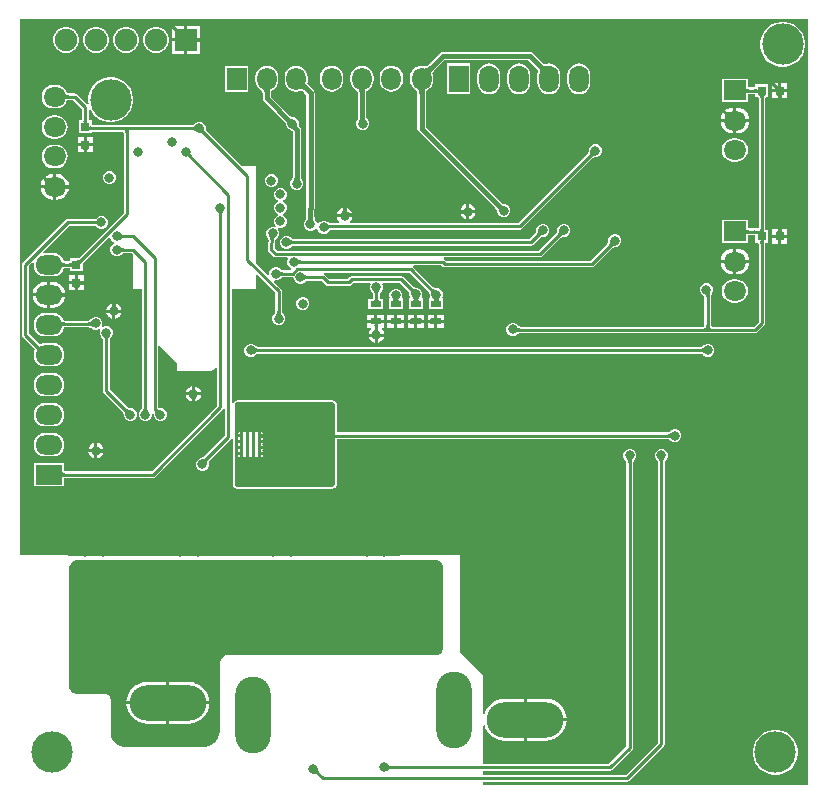
<source format=gbl>
G04*
G04 #@! TF.GenerationSoftware,Altium Limited,Altium Designer,21.9.2 (33)*
G04*
G04 Layer_Physical_Order=2*
G04 Layer_Color=16711680*
%FSTAX24Y24*%
%MOIN*%
G70*
G04*
G04 #@! TF.SameCoordinates,C045CB64-A717-4E46-AD80-C8F196844A4B*
G04*
G04*
G04 #@! TF.FilePolarity,Positive*
G04*
G01*
G75*
%ADD16C,0.0100*%
%ADD22R,0.0315X0.0315*%
%ADD23R,0.0354X0.0217*%
%ADD25R,0.0315X0.0315*%
%ADD89C,0.0150*%
%ADD91O,0.0900X0.0650*%
%ADD92R,0.0900X0.0650*%
%ADD93O,0.0750X0.0650*%
%ADD94C,0.0079*%
%ADD95C,0.1380*%
%ADD96R,0.0748X0.0748*%
%ADD97C,0.0748*%
%ADD98R,0.0750X0.0650*%
%ADD99O,0.0650X0.0900*%
%ADD100R,0.0650X0.0900*%
%ADD101O,0.0650X0.0750*%
%ADD102R,0.0650X0.0750*%
%ADD103O,0.1181X0.2559*%
%ADD104O,0.2559X0.1181*%
%ADD105C,0.0315*%
G36*
X028749Y011426D02*
X028739Y011413D01*
X02873Y011401D01*
X028722Y011388D01*
X028715Y011375D01*
X02871Y011362D01*
X028705Y011348D01*
X028702Y011335D01*
X028701Y011321D01*
X0287Y011306D01*
X0286D01*
X028599Y011321D01*
X028598Y011335D01*
X028595Y011348D01*
X02859Y011362D01*
X028585Y011375D01*
X028578Y011388D01*
X02857Y011401D01*
X028561Y011413D01*
X028551Y011426D01*
X02854Y011438D01*
X02876D01*
X028749Y011426D01*
D02*
G37*
G36*
X027699D02*
X027689Y011413D01*
X02768Y011401D01*
X027672Y011388D01*
X027665Y011375D01*
X02766Y011362D01*
X027655Y011348D01*
X027652Y011335D01*
X027651Y011321D01*
X02765Y011306D01*
X02755D01*
X027549Y011321D01*
X027548Y011335D01*
X027545Y011348D01*
X02754Y011362D01*
X027535Y011375D01*
X027528Y011388D01*
X02752Y011401D01*
X027511Y011413D01*
X027501Y011426D01*
X02749Y011438D01*
X02771D01*
X027699Y011426D01*
D02*
G37*
G36*
X021197Y00806D02*
X021245Y00804D01*
X021288Y008011D01*
X021325Y007974D01*
X021354Y007931D01*
X021374Y007883D01*
X02138Y007853D01*
X021384Y007806D01*
Y007806D01*
X021384D01*
X021384Y007806D01*
X021384Y005134D01*
X021384Y005085D01*
X021347Y004996D01*
X021278Y004927D01*
X021188Y00489D01*
X02114Y00489D01*
X01422Y00489D01*
X014191Y004889D01*
X014135Y004877D01*
X014082Y004855D01*
X014034Y004824D01*
X013994Y004783D01*
X013962Y004735D01*
X01394Y004682D01*
X013932Y004645D01*
X013929Y004626D01*
X013927Y004597D01*
X013927Y004597D01*
X013927Y004597D01*
X013927Y002367D01*
X013927Y002315D01*
X013907Y002213D01*
X013867Y002117D01*
X013809Y002031D01*
X013736Y001958D01*
X01365Y0019D01*
X013554Y00186D01*
X013452Y00184D01*
X0134Y00184D01*
X0134Y00184D01*
Y00184D01*
X01076D01*
X010714Y00184D01*
X010623Y001858D01*
X010538Y001893D01*
X010461Y001945D01*
X010396Y00201D01*
X010345Y002086D01*
X01031Y002172D01*
X010292Y002262D01*
X010292Y002308D01*
X010292Y002308D01*
X010292Y003438D01*
X010289Y003469D01*
X010265Y003526D01*
X010221Y00357D01*
X010182Y003587D01*
X010178Y003588D01*
X010178Y003588D01*
X010164Y003594D01*
X010133Y003597D01*
X010133Y003597D01*
X010133Y003597D01*
X010133Y003597D01*
X010085Y003597D01*
X009155D01*
X009099Y003608D01*
X009047Y00363D01*
X008999Y003661D01*
X008959Y003701D01*
X008928Y003749D01*
X008906Y003801D01*
X008895Y003857D01*
Y003885D01*
Y007725D01*
Y007758D01*
X008908Y007823D01*
X008933Y007884D01*
X00897Y007939D01*
X009016Y007985D01*
X009071Y008022D01*
X009132Y008047D01*
X009197Y00806D01*
X00923Y00806D01*
X00923Y00806D01*
X02112Y00807D01*
X021146Y00807D01*
X021197Y00806D01*
D02*
G37*
G36*
X019524Y001249D02*
X019537Y001239D01*
X019549Y00123D01*
X019562Y001222D01*
X019575Y001215D01*
X019588Y00121D01*
X019602Y001205D01*
X019615Y001202D01*
X019629Y001201D01*
X019644Y0012D01*
Y0011D01*
X019629Y001099D01*
X019615Y001098D01*
X019602Y001095D01*
X019588Y00109D01*
X019575Y001085D01*
X019562Y001078D01*
X019549Y00107D01*
X019537Y001061D01*
X019524Y001051D01*
X019512Y00104D01*
Y00126D01*
X019524Y001249D01*
D02*
G37*
G36*
X017208Y001082D02*
X017209Y001066D01*
X017212Y001051D01*
X017215Y001036D01*
X01722Y001022D01*
X017225Y001009D01*
X017232Y000997D01*
X017239Y000985D01*
X017248Y000974D01*
X017258Y000963D01*
X017187Y000892D01*
X017176Y000902D01*
X017165Y000911D01*
X017153Y000918D01*
X017141Y000925D01*
X017128Y00093D01*
X017114Y000935D01*
X017099Y000938D01*
X017084Y000941D01*
X017068Y000942D01*
X017052Y000943D01*
X017207Y001098D01*
X017208Y001082D01*
D02*
G37*
G36*
X033537Y000563D02*
X02271D01*
Y00067D01*
X027509D01*
X027509Y00067D01*
X027552Y000679D01*
X027588Y000703D01*
X028729Y001844D01*
X028729Y001844D01*
X028754Y001881D01*
X028762Y001924D01*
Y011298D01*
X028765Y011303D01*
X028765Y011315D01*
X028766Y011323D01*
X028768Y011332D01*
X028771Y01134D01*
X028774Y011348D01*
X028778Y011356D01*
X028784Y011365D01*
X02879Y011373D01*
X028797Y011382D01*
X028807Y011393D01*
X028812Y011404D01*
X028834Y011427D01*
X028867Y011507D01*
Y011593D01*
X028834Y011673D01*
X028773Y011734D01*
X028693Y011767D01*
X028607D01*
X028527Y011734D01*
X028466Y011673D01*
X028433Y011593D01*
Y011507D01*
X028466Y011427D01*
X028488Y011404D01*
X028493Y011393D01*
X028503Y011382D01*
X02851Y011373D01*
X028516Y011365D01*
X028522Y011356D01*
X028526Y011348D01*
X028529Y01134D01*
X028532Y011332D01*
X028534Y011323D01*
X028535Y011315D01*
X028535Y011303D01*
X028538Y011298D01*
Y00197D01*
X027462Y000895D01*
X02271D01*
Y001038D01*
X02695D01*
X02695Y001038D01*
X026993Y001046D01*
X027029Y001071D01*
X027679Y001721D01*
X027679Y001721D01*
X027704Y001757D01*
X027712Y0018D01*
X027712Y0018D01*
Y011298D01*
X027715Y011303D01*
X027715Y011315D01*
X027716Y011323D01*
X027718Y011332D01*
X027721Y01134D01*
X027724Y011348D01*
X027728Y011356D01*
X027734Y011365D01*
X02774Y011373D01*
X027747Y011382D01*
X027757Y011393D01*
X027762Y011404D01*
X027784Y011427D01*
X027817Y011507D01*
Y011593D01*
X027784Y011673D01*
X027723Y011734D01*
X027643Y011767D01*
X027557D01*
X027477Y011734D01*
X027416Y011673D01*
X027383Y011593D01*
Y011507D01*
X027416Y011427D01*
X027438Y011404D01*
X027443Y011393D01*
X027453Y011382D01*
X02746Y011373D01*
X027466Y011365D01*
X027472Y011356D01*
X027476Y011348D01*
X027479Y01134D01*
X027482Y011332D01*
X027484Y011323D01*
X027485Y011315D01*
X027485Y011303D01*
X027488Y011298D01*
Y001846D01*
X026904Y001262D01*
X02271D01*
Y002535D01*
X02276Y002543D01*
X022782Y00247D01*
X022846Y00235D01*
X022933Y002244D01*
X023038Y002158D01*
X023158Y002094D01*
X023288Y002054D01*
X023423Y002041D01*
X024062D01*
Y002735D01*
Y003429D01*
X023423D01*
X023288Y003416D01*
X023158Y003376D01*
X023038Y003312D01*
X022933Y003226D01*
X022846Y003121D01*
X022782Y003001D01*
X02276Y002928D01*
X02271Y002935D01*
Y00422D01*
X021932Y004998D01*
Y00821D01*
X01995D01*
Y0082D01*
X00887D01*
X008866Y00821D01*
X007263D01*
X007263Y026087D01*
X033537D01*
X033537Y000563D01*
D02*
G37*
%LPC*%
G36*
X012889Y003994D02*
X01225D01*
Y00335D01*
X013578D01*
X01357Y003435D01*
X01353Y003566D01*
X013466Y003686D01*
X01338Y003791D01*
X013274Y003877D01*
X013155Y003941D01*
X013024Y003981D01*
X012889Y003994D01*
D02*
G37*
G36*
X01215D02*
X011511D01*
X011376Y003981D01*
X011245Y003941D01*
X011126Y003877D01*
X01102Y003791D01*
X010934Y003686D01*
X01087Y003566D01*
X01083Y003435D01*
X010822Y00335D01*
X01215D01*
Y003994D01*
D02*
G37*
G36*
X013578Y00325D02*
X01225D01*
Y002606D01*
X012889D01*
X013024Y002619D01*
X013155Y002659D01*
X013274Y002723D01*
X01338Y002809D01*
X013466Y002914D01*
X01353Y003034D01*
X01357Y003165D01*
X013578Y00325D01*
D02*
G37*
G36*
X01215D02*
X010822D01*
X01083Y003165D01*
X01087Y003034D01*
X010934Y002914D01*
X01102Y002809D01*
X011126Y002723D01*
X011245Y002659D01*
X011376Y002619D01*
X011511Y002606D01*
X01215D01*
Y00325D01*
D02*
G37*
G36*
X013279Y025874D02*
X012855D01*
Y02545D01*
X013176D01*
Y0255D01*
X013177Y025491D01*
X01318Y025482D01*
X013186Y025475D01*
X013193Y025468D01*
X013202Y025463D01*
X013213Y025458D01*
X013226Y025454D01*
X013241Y025452D01*
X013258Y02545D01*
X013278Y02545D01*
X013279D01*
Y025874D01*
D02*
G37*
G36*
X012755D02*
X012331D01*
Y02545D01*
X012755D01*
Y025874D01*
D02*
G37*
G36*
X013279Y02535D02*
X013278D01*
D01*
X013258Y02535D01*
X013241Y025348D01*
X013226Y025345D01*
X013213Y025342D01*
X013202Y025338D01*
X013193Y025332D01*
X013186Y025326D01*
X01318Y025318D01*
X013177Y02531D01*
X013176Y0253D01*
Y02535D01*
X012855D01*
Y024926D01*
X013279D01*
Y02535D01*
D02*
G37*
G36*
X011862Y025834D02*
X011748D01*
X011637Y025804D01*
X011538Y025747D01*
X011458Y025666D01*
X0114Y025568D01*
X011371Y025457D01*
Y025343D01*
X0114Y025232D01*
X011458Y025134D01*
X011538Y025053D01*
X011637Y024996D01*
X011748Y024966D01*
X011862D01*
X011972Y024996D01*
X012071Y025053D01*
X012152Y025134D01*
X012209Y025232D01*
X012239Y025343D01*
Y025457D01*
X012209Y025568D01*
X012152Y025666D01*
X012071Y025747D01*
X011972Y025804D01*
X011862Y025834D01*
D02*
G37*
G36*
X010862D02*
X010748D01*
X010637Y025804D01*
X010538Y025747D01*
X010458Y025666D01*
X0104Y025568D01*
X010371Y025457D01*
Y025343D01*
X0104Y025232D01*
X010458Y025134D01*
X010538Y025053D01*
X010637Y024996D01*
X010748Y024966D01*
X010862D01*
X010972Y024996D01*
X011071Y025053D01*
X011152Y025134D01*
X011209Y025232D01*
X011239Y025343D01*
Y025457D01*
X011209Y025568D01*
X011152Y025666D01*
X011071Y025747D01*
X010972Y025804D01*
X010862Y025834D01*
D02*
G37*
G36*
X009862D02*
X009748D01*
X009637Y025804D01*
X009538Y025747D01*
X009457Y025666D01*
X0094Y025568D01*
X009371Y025457D01*
Y025343D01*
X0094Y025232D01*
X009457Y025134D01*
X009538Y025053D01*
X009637Y024996D01*
X009748Y024966D01*
X009862D01*
X009972Y024996D01*
X010071Y025053D01*
X010152Y025134D01*
X010209Y025232D01*
X010239Y025343D01*
Y025457D01*
X010209Y025568D01*
X010152Y025666D01*
X010071Y025747D01*
X009972Y025804D01*
X009862Y025834D01*
D02*
G37*
G36*
X008862D02*
X008748D01*
X008637Y025804D01*
X008538Y025747D01*
X008457Y025666D01*
X0084Y025568D01*
X008371Y025457D01*
Y025343D01*
X0084Y025232D01*
X008457Y025134D01*
X008538Y025053D01*
X008637Y024996D01*
X008748Y024966D01*
X008862D01*
X008972Y024996D01*
X009071Y025053D01*
X009152Y025134D01*
X009209Y025232D01*
X009239Y025343D01*
Y025457D01*
X009209Y025568D01*
X009152Y025666D01*
X009071Y025747D01*
X008972Y025804D01*
X008862Y025834D01*
D02*
G37*
G36*
X012755Y02535D02*
X012331D01*
Y024926D01*
X012755D01*
Y02535D01*
D02*
G37*
G36*
X032774Y026D02*
X032626D01*
X032481Y025971D01*
X032345Y025915D01*
X032222Y025833D01*
X032117Y025728D01*
X032035Y025605D01*
X031979Y025469D01*
X03195Y025324D01*
Y025176D01*
X031979Y025031D01*
X032035Y024895D01*
X032117Y024772D01*
X032222Y024667D01*
X032345Y024585D01*
X032481Y024529D01*
X032626Y0245D01*
X032774D01*
X032919Y024529D01*
X033055Y024585D01*
X033178Y024667D01*
X033283Y024772D01*
X033365Y024895D01*
X033421Y025031D01*
X03345Y025176D01*
Y025324D01*
X033421Y025469D01*
X033365Y025605D01*
X033283Y025728D01*
X033178Y025833D01*
X033055Y025915D01*
X032919Y025971D01*
X032774Y026D01*
D02*
G37*
G36*
X032545Y023957D02*
X032338D01*
Y02375D01*
X032446D01*
X032445Y023754D01*
X032439Y023768D01*
X032431Y023783D01*
X032419Y023799D01*
X032405Y023817D01*
X032368Y023856D01*
X032439Y023927D01*
X032459Y023907D01*
X032496Y023876D01*
X032513Y023865D01*
X032527Y023856D01*
X032541Y023851D01*
X032545Y02385D01*
Y023957D01*
D02*
G37*
G36*
X032853D02*
X032645D01*
Y02375D01*
X032853D01*
Y023957D01*
D02*
G37*
G36*
X032545Y023821D02*
X032474Y02375D01*
X032545D01*
Y023821D01*
D02*
G37*
G36*
X014875Y024535D02*
X014105D01*
Y023665D01*
X014875D01*
Y024535D01*
D02*
G37*
G36*
X01965Y024538D02*
X019549Y024525D01*
X019456Y024486D01*
X019375Y024425D01*
X019314Y024344D01*
X019275Y024251D01*
X019262Y02415D01*
Y02405D01*
X019275Y023949D01*
X019314Y023856D01*
X019375Y023775D01*
X019456Y023714D01*
X019549Y023675D01*
X01965Y023662D01*
X019751Y023675D01*
X019844Y023714D01*
X019925Y023775D01*
X019986Y023856D01*
X020025Y023949D01*
X020038Y02405D01*
Y02415D01*
X020025Y024251D01*
X019986Y024344D01*
X019925Y024425D01*
X019844Y024486D01*
X019751Y024525D01*
X01965Y024538D01*
D02*
G37*
G36*
X01766D02*
X017559Y024525D01*
X017466Y024486D01*
X017385Y024425D01*
X017324Y024344D01*
X017285Y024251D01*
X017272Y02415D01*
Y02405D01*
X017285Y023949D01*
X017324Y023856D01*
X017385Y023775D01*
X017466Y023714D01*
X017559Y023675D01*
X01766Y023662D01*
X017761Y023675D01*
X017854Y023714D01*
X017935Y023775D01*
X017996Y023856D01*
X018035Y023949D01*
X018048Y02405D01*
Y02415D01*
X018035Y024251D01*
X017996Y024344D01*
X017935Y024425D01*
X017854Y024486D01*
X017761Y024525D01*
X01766Y024538D01*
D02*
G37*
G36*
X022285Y02461D02*
X021515D01*
Y02359D01*
X022285D01*
Y02461D01*
D02*
G37*
G36*
X0259Y024613D02*
X0258Y0246D01*
X025706Y024561D01*
X025626Y0245D01*
X025564Y024419D01*
X025525Y024325D01*
X025512Y024225D01*
Y023975D01*
X025525Y023874D01*
X025564Y023781D01*
X025626Y0237D01*
X025706Y023639D01*
X0258Y0236D01*
X0259Y023587D01*
X026001Y0236D01*
X026094Y023639D01*
X026175Y0237D01*
X026236Y023781D01*
X026275Y023874D01*
X026288Y023975D01*
Y024225D01*
X026275Y024325D01*
X026236Y024419D01*
X026175Y0245D01*
X026094Y024561D01*
X026001Y0246D01*
X0259Y024613D01*
D02*
G37*
G36*
X024275Y024988D02*
X02136D01*
X021307Y024977D01*
X021263Y024947D01*
X021263Y024947D01*
X020897Y024581D01*
X020891Y024579D01*
X020868Y024557D01*
X020847Y024539D01*
X02083Y024526D01*
X020815Y024516D01*
X020803Y02451D01*
X020799Y024509D01*
X020761Y024525D01*
X02066Y024538D01*
X020559Y024525D01*
X020466Y024486D01*
X020385Y024425D01*
X020324Y024344D01*
X020285Y024251D01*
X020272Y02415D01*
Y02405D01*
X020285Y023949D01*
X020324Y023856D01*
X020385Y023775D01*
X020466Y023714D01*
X020504Y023698D01*
X020506Y023694D01*
X02051Y023682D01*
X020514Y023666D01*
X020519Y023614D01*
X02052Y023583D01*
X020522Y023578D01*
Y02244D01*
X020533Y022387D01*
X020563Y022343D01*
X023133Y019772D01*
X023135Y019767D01*
X023146Y019756D01*
X023154Y019746D01*
X023161Y019738D01*
X023166Y01973D01*
X023171Y019723D01*
X023174Y019717D01*
X023176Y019711D01*
X023177Y019707D01*
X023177Y019704D01*
X023178Y019698D01*
X023183Y019688D01*
Y019657D01*
X023216Y019577D01*
X023277Y019516D01*
X023357Y019483D01*
X023443D01*
X023523Y019516D01*
X023584Y019577D01*
X023617Y019657D01*
Y019743D01*
X023584Y019823D01*
X023523Y019884D01*
X023443Y019917D01*
X023412D01*
X023402Y019922D01*
X023396Y019923D01*
X023393Y019923D01*
X023389Y019924D01*
X023384Y019926D01*
X023377Y019929D01*
X02337Y019934D01*
X023363Y019939D01*
X023344Y019955D01*
X023333Y019965D01*
X023328Y019967D01*
X020798Y022497D01*
Y023578D01*
X0208Y023583D01*
X020801Y023615D01*
X020803Y023642D01*
X020806Y023665D01*
X02081Y023682D01*
X020814Y023694D01*
X020816Y023698D01*
X020854Y023714D01*
X020935Y023775D01*
X020996Y023856D01*
X021035Y023949D01*
X021048Y02405D01*
Y02415D01*
X021035Y024251D01*
X021019Y024289D01*
X02102Y024293D01*
X021026Y024305D01*
X021035Y024319D01*
X021067Y024359D01*
X021089Y024381D01*
X021091Y024387D01*
X021417Y024712D01*
X024218D01*
X024469Y024462D01*
X024471Y024456D01*
X024493Y024433D01*
X024511Y024412D01*
X024525Y024395D01*
X024534Y02438D01*
X02454Y024368D01*
X024541Y024364D01*
X024525Y024325D01*
X024512Y024225D01*
Y023975D01*
X024525Y023874D01*
X024564Y023781D01*
X024626Y0237D01*
X024706Y023639D01*
X0248Y0236D01*
X0249Y023587D01*
X025001Y0236D01*
X025094Y023639D01*
X025175Y0237D01*
X025236Y023781D01*
X025275Y023874D01*
X025288Y023975D01*
Y024225D01*
X025275Y024325D01*
X025236Y024419D01*
X025175Y0245D01*
X025094Y024561D01*
X025001Y0246D01*
X0249Y024613D01*
X0248Y0246D01*
X024761Y024584D01*
X024757Y024585D01*
X024746Y024591D01*
X024731Y0246D01*
X024692Y024632D01*
X024669Y024654D01*
X024664Y024656D01*
X024372Y024947D01*
X024328Y024977D01*
X024275Y024988D01*
D02*
G37*
G36*
X0239Y024613D02*
X0238Y0246D01*
X023706Y024561D01*
X023626Y0245D01*
X023564Y024419D01*
X023525Y024325D01*
X023512Y024225D01*
Y023975D01*
X023525Y023874D01*
X023564Y023781D01*
X023626Y0237D01*
X023706Y023639D01*
X0238Y0236D01*
X0239Y023587D01*
X024001Y0236D01*
X024094Y023639D01*
X024175Y0237D01*
X024236Y023781D01*
X024275Y023874D01*
X024288Y023975D01*
Y024225D01*
X024275Y024325D01*
X024236Y024419D01*
X024175Y0245D01*
X024094Y024561D01*
X024001Y0246D01*
X0239Y024613D01*
D02*
G37*
G36*
X0229D02*
X0228Y0246D01*
X022706Y024561D01*
X022626Y0245D01*
X022564Y024419D01*
X022525Y024325D01*
X022512Y024225D01*
Y023975D01*
X022525Y023874D01*
X022564Y023781D01*
X022626Y0237D01*
X022706Y023639D01*
X0228Y0236D01*
X0229Y023587D01*
X023001Y0236D01*
X023094Y023639D01*
X023175Y0237D01*
X023236Y023781D01*
X023275Y023874D01*
X023288Y023975D01*
Y024225D01*
X023275Y024325D01*
X023236Y024419D01*
X023175Y0245D01*
X023094Y024561D01*
X023001Y0246D01*
X0229Y024613D01*
D02*
G37*
G36*
X032853Y02365D02*
X032645D01*
Y023545D01*
X032695D01*
X032686Y023544D01*
X032677Y023541D01*
X03267Y023536D01*
X032663Y023529D01*
X032658Y02352D01*
X032653Y023508D01*
X03265Y023495D01*
X032647Y02348D01*
X032646Y023463D01*
X032645Y023444D01*
Y023443D01*
X032853D01*
Y02365D01*
D02*
G37*
G36*
X032545D02*
X032338D01*
Y023443D01*
X032545D01*
Y023444D01*
D01*
X032545Y023463D01*
X032543Y02348D01*
X032541Y023495D01*
X032537Y023508D01*
X032533Y02352D01*
X032527Y023529D01*
X032521Y023536D01*
X032513Y023541D01*
X032505Y023544D01*
X032495Y023545D01*
X032545D01*
Y02365D01*
D02*
G37*
G36*
X010374Y02415D02*
X010226D01*
X010081Y024121D01*
X009945Y024065D01*
X009822Y023983D01*
X009717Y023878D01*
X009635Y023755D01*
X009579Y023619D01*
X00955Y023474D01*
Y023326D01*
X009562Y023268D01*
X009516Y023243D01*
X009179Y023579D01*
X009143Y023604D01*
X0091Y023612D01*
X0091Y023612D01*
X008908D01*
X008901Y023615D01*
X008881Y023615D01*
X008866Y023617D01*
X008854Y023618D01*
X008846Y02362D01*
X008816Y023694D01*
X008754Y023775D01*
X008673Y023836D01*
X00858Y023875D01*
X008479Y023888D01*
X008379D01*
X008279Y023875D01*
X008185Y023836D01*
X008105Y023775D01*
X008043Y023694D01*
X008004Y0236D01*
X007991Y0235D01*
X008004Y0234D01*
X008043Y023306D01*
X008105Y023225D01*
X008185Y023164D01*
X008279Y023125D01*
X008379Y023112D01*
X008479D01*
X00858Y023125D01*
X008673Y023164D01*
X008754Y023225D01*
X008816Y023306D01*
X008846Y02338D01*
X008854Y023382D01*
X008866Y023383D01*
X008881Y023385D01*
X008901Y023385D01*
X008908Y023388D01*
X009054D01*
X009338Y023104D01*
Y022759D01*
X009335Y022753D01*
X009335Y022736D01*
X009334Y022723D01*
X009332Y022714D01*
X009332Y022713D01*
X009233D01*
Y022278D01*
X009667D01*
Y022332D01*
X009669Y022332D01*
X009678Y022334D01*
X009691Y022335D01*
X009708Y022335D01*
X009714Y022338D01*
X010673D01*
X010675Y022336D01*
X010677Y022337D01*
X010722Y022312D01*
X010722Y022312D01*
X010723Y022297D01*
X010726Y022291D01*
Y01963D01*
X009268Y018172D01*
X009262Y01817D01*
X009224Y018135D01*
X00921Y018123D01*
X009198Y018115D01*
X009194Y018113D01*
X009174D01*
X009165Y018117D01*
X00916Y018114D01*
X009155Y018116D01*
X00915Y018113D01*
X008933D01*
Y018018D01*
X008932Y018018D01*
X008922Y018016D01*
X008909Y018015D01*
X008892Y018015D01*
X008886Y018012D01*
X008793D01*
X008786Y018015D01*
X008766Y018015D01*
X008751Y018017D01*
X008739Y018018D01*
X008731Y01802D01*
X008701Y018094D01*
X008639Y018175D01*
X008558Y018236D01*
X008465Y018275D01*
X008364Y018288D01*
X008114D01*
X008052Y01828D01*
X008029Y018327D01*
X008905Y019204D01*
X009795D01*
X009799Y019193D01*
X00986Y019132D01*
X00994Y019099D01*
X010027D01*
X010107Y019132D01*
X010168Y019193D01*
X010201Y019273D01*
Y01936D01*
X010168Y01944D01*
X010107Y019501D01*
X010027Y019534D01*
X00994D01*
X00986Y019501D01*
X009799Y01944D01*
X009795Y019429D01*
X008859D01*
X008859Y019429D01*
X008816Y01942D01*
X00878Y019396D01*
X00878Y019396D01*
X007371Y017987D01*
X007346Y01795D01*
X007338Y017907D01*
X007338Y017907D01*
Y015564D01*
X007338Y015564D01*
X007346Y015521D01*
X007371Y015485D01*
X007773Y015083D01*
X007739Y015001D01*
X007726Y0149D01*
X007739Y014799D01*
X007778Y014706D01*
X00784Y014625D01*
X00792Y014564D01*
X008014Y014525D01*
X008114Y014512D01*
X008364D01*
X008465Y014525D01*
X008558Y014564D01*
X008639Y014625D01*
X008701Y014706D01*
X008739Y014799D01*
X008753Y0149D01*
X008739Y015001D01*
X008701Y015094D01*
X008639Y015175D01*
X008558Y015236D01*
X008465Y015275D01*
X008364Y015288D01*
X008114D01*
X008014Y015275D01*
X007932Y015241D01*
X007562Y015611D01*
Y017861D01*
X007687Y017986D01*
X007734Y017962D01*
X007726Y0179D01*
X007739Y017799D01*
X007778Y017706D01*
X00784Y017625D01*
X00792Y017564D01*
X008014Y017525D01*
X008114Y017512D01*
X008364D01*
X008465Y017525D01*
X008558Y017564D01*
X008639Y017625D01*
X008701Y017706D01*
X008731Y01778D01*
X008739Y017782D01*
X008751Y017783D01*
X008766Y017785D01*
X008786Y017785D01*
X008793Y017788D01*
X008886D01*
X008892Y017785D01*
X008909Y017785D01*
X008922Y017784D01*
X008932Y017782D01*
X008933Y017782D01*
Y017678D01*
X009367D01*
Y017895D01*
X00937Y0179D01*
X009369Y017905D01*
X009371Y01791D01*
X009367Y017919D01*
Y017939D01*
X00937Y017943D01*
X009378Y017955D01*
X009405Y017987D01*
X009424Y018006D01*
X009426Y018013D01*
X010236Y018823D01*
X010285Y018801D01*
X010316Y018727D01*
X010377Y018666D01*
X01041Y018652D01*
Y018598D01*
X010377Y018584D01*
X010316Y018523D01*
X010283Y018443D01*
Y018357D01*
X010316Y018277D01*
X010377Y018216D01*
X010457Y018183D01*
X010543D01*
X010623Y018216D01*
X010646Y018238D01*
X010657Y018243D01*
X010668Y018253D01*
X010677Y01826D01*
X010685Y018266D01*
X010694Y018272D01*
X010702Y018276D01*
X01071Y018279D01*
X010718Y018282D01*
X010727Y018284D01*
X010735Y018285D01*
X010747Y018285D01*
X010752Y018288D01*
X011004D01*
X011053Y018239D01*
Y017103D01*
X011338D01*
Y013152D01*
X011335Y013147D01*
X011335Y013135D01*
X011334Y013126D01*
X011332Y013118D01*
X011329Y01311D01*
X011326Y013102D01*
X011322Y013094D01*
X011316Y013085D01*
X01131Y013077D01*
X011303Y013068D01*
X011293Y013057D01*
X011288Y013046D01*
X011266Y013023D01*
X011233Y012943D01*
Y012857D01*
X011266Y012777D01*
X011327Y012716D01*
X011407Y012683D01*
X011493D01*
X011573Y012716D01*
X011634Y012777D01*
X011667Y012857D01*
Y01291D01*
X011668Y012911D01*
X011668Y012912D01*
X011689Y012929D01*
X011717Y012938D01*
X011725Y012931D01*
X011726Y012926D01*
X011727Y012915D01*
X011728Y0129D01*
X011733Y012889D01*
Y012857D01*
X011766Y012777D01*
X011827Y012716D01*
X011907Y012683D01*
X011993D01*
X012073Y012716D01*
X012134Y012777D01*
X012167Y012857D01*
Y012943D01*
X012134Y013023D01*
X012073Y013084D01*
X011993Y013117D01*
X011961D01*
X01195Y013122D01*
X011935Y013123D01*
X011924Y013124D01*
X011913Y013125D01*
X011904Y013128D01*
X011895Y013131D01*
X011887Y013134D01*
X011882Y013136D01*
Y015177D01*
X011932Y015198D01*
X012435Y014695D01*
X012435Y014695D01*
X012435Y014695D01*
X012435Y014695D01*
X012463Y014658D01*
X012474Y014643D01*
X01249Y014602D01*
X012499Y014559D01*
X0125Y014538D01*
X0125Y01444D01*
X0125Y014424D01*
X012512Y014395D01*
X012535Y014372D01*
X012564Y01436D01*
X01258Y01436D01*
X01356D01*
X013589Y01436D01*
X013645Y014371D01*
X013697Y014393D01*
X013745Y014425D01*
X013785Y014465D01*
X013788Y014469D01*
X013838Y014454D01*
Y013189D01*
X011661Y011012D01*
X008796D01*
X00879Y011015D01*
X008773Y011015D01*
X00876Y011016D01*
X00875Y011018D01*
X008749Y011018D01*
Y011285D01*
X007729D01*
Y010515D01*
X008749D01*
Y010782D01*
X00875Y010782D01*
X00876Y010784D01*
X008773Y010785D01*
X00879Y010785D01*
X008796Y010788D01*
X011707D01*
X011707Y010788D01*
X01175Y010796D01*
X011787Y010821D01*
X014029Y013063D01*
X014029Y013063D01*
X014054Y0131D01*
X014055Y013108D01*
X014105Y013103D01*
Y012201D01*
X013422Y011518D01*
X013416Y011516D01*
X013407Y011508D01*
X0134Y011502D01*
X013392Y011497D01*
X013384Y011492D01*
X013374Y011487D01*
X013364Y011483D01*
X013354Y011479D01*
X013328Y011472D01*
X013313Y011469D01*
X01331Y011467D01*
X013307D01*
X013227Y011434D01*
X013166Y011373D01*
X013133Y011293D01*
Y011207D01*
X013166Y011127D01*
X013227Y011066D01*
X013307Y011033D01*
X013393D01*
X013473Y011066D01*
X013534Y011127D01*
X013567Y011207D01*
Y01128D01*
X013569Y011287D01*
X013567Y0113D01*
X013567Y011309D01*
X013567Y011318D01*
X013568Y011326D01*
X01357Y011332D01*
X013572Y011339D01*
X013575Y011345D01*
X013579Y011352D01*
X013584Y011358D01*
X013592Y011366D01*
X013593Y011371D01*
X013597Y011373D01*
X013598Y011376D01*
X014297Y012076D01*
X014297Y012076D01*
X014312Y012098D01*
X014362Y012083D01*
Y010649D01*
X014362Y010603D01*
X014364Y010597D01*
X014363Y01059D01*
X014373Y010544D01*
X014376Y010539D01*
Y010532D01*
X014384Y010513D01*
X014394Y010503D01*
X014399Y010492D01*
X014422Y010468D01*
X014422Y010468D01*
X014431Y010459D01*
X014443Y010454D01*
X014452Y010445D01*
X014495Y010427D01*
X014508Y010427D01*
X01452Y010422D01*
X017664D01*
X017676Y010427D01*
X017689D01*
X017739Y010448D01*
X017748Y010457D01*
X01776Y010462D01*
X017769Y010471D01*
X017769Y010471D01*
X017798Y0105D01*
X017798Y0105D01*
X017803Y01051D01*
X017811Y010517D01*
X017811Y01052D01*
X017813Y010521D01*
X017833Y010571D01*
Y010584D01*
X017838Y010596D01*
Y010609D01*
X017838Y010609D01*
Y012092D01*
X028846D01*
X028852Y01209D01*
X028864Y012089D01*
X028872Y012088D01*
X02888Y012086D01*
X028888Y012084D01*
X028896Y01208D01*
X028904Y012076D01*
X028912Y012071D01*
X02892Y012065D01*
X028928Y012057D01*
X028938Y012047D01*
X02895Y012042D01*
X028977Y012016D01*
X029057Y011983D01*
X029143D01*
X029223Y012016D01*
X029284Y012077D01*
X029317Y012157D01*
Y012243D01*
X029284Y012323D01*
X029223Y012384D01*
X029143Y012417D01*
X029057D01*
X028977Y012384D01*
X028958Y012365D01*
X028947Y012361D01*
X028936Y012352D01*
X028927Y012344D01*
X028918Y012338D01*
X028909Y012333D01*
X028901Y012329D01*
X028892Y012325D01*
X028884Y012323D01*
X028875Y012321D01*
X028867Y01232D01*
X028855Y012319D01*
X028849Y012317D01*
X017838D01*
Y01316D01*
X017838Y01316D01*
X017838Y01316D01*
X017838Y013207D01*
X017835Y013213D01*
X017837Y01322D01*
X017827Y013267D01*
X017823Y013272D01*
Y013279D01*
X017816Y013297D01*
X017807Y013306D01*
X017802Y013318D01*
X017793Y013327D01*
X017793Y013327D01*
X01779Y013329D01*
X01779Y013329D01*
X01779Y013329D01*
X017778Y013341D01*
X017778Y013341D01*
X017769Y01335D01*
X017757Y013355D01*
X017748Y013364D01*
X017706Y013382D01*
X017693D01*
X017681Y013387D01*
X017668D01*
X017668Y013387D01*
X014542Y013387D01*
X014542Y013387D01*
X014519Y013387D01*
X014507Y013382D01*
X014494Y013382D01*
X014492Y013381D01*
X014492Y013381D01*
X014492D01*
X014464Y013369D01*
X014464Y013369D01*
X014452Y013364D01*
X014443Y013355D01*
X014443Y013355D01*
X014443Y013355D01*
X014431Y01335D01*
X014422Y013341D01*
X014422Y013341D01*
X014422Y013341D01*
X014422Y013341D01*
X014422Y013341D01*
X014398Y013318D01*
X014393Y013306D01*
X014384Y013297D01*
X01438Y013286D01*
X01438Y013286D01*
X01433Y013296D01*
Y017103D01*
X015147D01*
Y017551D01*
X015193Y01757D01*
X015788Y016975D01*
Y016352D01*
X015785Y016347D01*
X015785Y016335D01*
X015784Y016327D01*
X015782Y016318D01*
X015779Y01631D01*
X015776Y016302D01*
X015772Y016294D01*
X015766Y016285D01*
X01576Y016277D01*
X015753Y016268D01*
X015743Y016257D01*
X015738Y016246D01*
X015716Y016223D01*
X015683Y016143D01*
Y016057D01*
X015716Y015977D01*
X015777Y015916D01*
X015857Y015883D01*
X015943D01*
X016023Y015916D01*
X016084Y015977D01*
X016117Y016057D01*
Y016143D01*
X016084Y016223D01*
X016062Y016246D01*
X016057Y016257D01*
X016047Y016268D01*
X01604Y016277D01*
X016034Y016285D01*
X016028Y016294D01*
X016024Y016302D01*
X016021Y01631D01*
X016018Y016318D01*
X016016Y016327D01*
X016015Y016335D01*
X016015Y016347D01*
X016012Y016352D01*
Y017022D01*
X016004Y017065D01*
X015979Y017101D01*
X015979Y017101D01*
X015744Y017336D01*
X015747Y017348D01*
X015769Y017383D01*
X015843D01*
X015923Y017416D01*
X015946Y017438D01*
X015957Y017443D01*
X015968Y017453D01*
X015977Y01746D01*
X015985Y017466D01*
X015994Y017472D01*
X016002Y017476D01*
X01601Y017479D01*
X016018Y017482D01*
X016027Y017484D01*
X016035Y017485D01*
X016047Y017485D01*
X016052Y017488D01*
X016359D01*
X016359Y017488D01*
X016362Y017489D01*
X016401Y017457D01*
Y017438D01*
X016434Y017358D01*
X016495Y017297D01*
X016575Y017264D01*
X016662D01*
X016742Y017297D01*
X016765Y01732D01*
X016776Y017324D01*
X016786Y017334D01*
X016795Y017342D01*
X016804Y017348D01*
X016812Y017353D01*
X01682Y017357D01*
X016829Y017361D01*
X016837Y017363D01*
X016845Y017365D01*
X016854Y017366D01*
X016865Y017367D01*
X016871Y017369D01*
X017324D01*
X017462Y017231D01*
X017462Y017231D01*
X017499Y017206D01*
X017542Y017198D01*
X017542Y017198D01*
X018235D01*
X018235Y017198D01*
X018278Y017206D01*
X018314Y017231D01*
X018389Y017305D01*
X018932D01*
X018958Y017255D01*
X018933Y017193D01*
Y017107D01*
X018966Y017027D01*
X018988Y017004D01*
X018993Y016993D01*
X019003Y016982D01*
X01901Y016973D01*
X019016Y016965D01*
X019022Y016956D01*
X019026Y016948D01*
X019029Y01694D01*
X019032Y016932D01*
X019034Y016923D01*
X019035Y016915D01*
X019035Y016903D01*
X019038Y016898D01*
Y016816D01*
X019035Y01681D01*
X019035Y016793D01*
X019034Y01678D01*
X019032Y01677D01*
X019032Y016769D01*
X018889D01*
Y016433D01*
X019363D01*
Y016769D01*
X019268D01*
X019268Y01677D01*
X019266Y01678D01*
X019265Y016793D01*
X019265Y01681D01*
X019262Y016816D01*
Y016898D01*
X019265Y016903D01*
X019265Y016915D01*
X019266Y016924D01*
X019268Y016932D01*
X019271Y01694D01*
X019274Y016948D01*
X019278Y016956D01*
X019284Y016965D01*
X01929Y016973D01*
X019297Y016982D01*
X019307Y016993D01*
X019312Y017004D01*
X019334Y017027D01*
X019367Y017107D01*
Y017193D01*
X019342Y017255D01*
X019368Y017305D01*
X019922D01*
X02021Y017017D01*
X020213Y017011D01*
X02022Y017003D01*
X020226Y016996D01*
X02023Y016989D01*
X020234Y016981D01*
X020238Y016973D01*
X020241Y016964D01*
X020243Y016955D01*
X020245Y016944D01*
X020245Y016933D01*
X020246Y016918D01*
X020251Y016907D01*
Y016875D01*
X020274Y016819D01*
X020244Y016769D01*
X020231D01*
Y016433D01*
X020705D01*
Y016769D01*
X020692D01*
X020663Y016819D01*
X020686Y016875D01*
Y016961D01*
X020653Y017041D01*
X020591Y017103D01*
X020511Y017136D01*
X020479D01*
X020468Y017141D01*
X020454Y017141D01*
X020442Y017142D01*
X020432Y017144D01*
X020422Y017146D01*
X020413Y017149D01*
X020405Y017152D01*
X020398Y017156D01*
X02039Y017161D01*
X020384Y017166D01*
X020375Y017174D01*
X020369Y017176D01*
X020048Y017497D01*
X020012Y017521D01*
X019969Y01753D01*
X019969Y01753D01*
X018342D01*
X018342Y01753D01*
X0183Y017521D01*
X018263Y017497D01*
X018263Y017497D01*
X018189Y017422D01*
X017588D01*
X017449Y017561D01*
X017413Y017585D01*
X017404Y017587D01*
X017409Y017637D01*
X020255D01*
X020892Y016999D01*
X020894Y016993D01*
X020902Y016985D01*
X020907Y016978D01*
X020912Y016971D01*
X020916Y016963D01*
X020919Y016955D01*
X020922Y016946D01*
X020925Y016937D01*
X020926Y016926D01*
X020927Y016915D01*
X020928Y0169D01*
X020933Y016889D01*
Y016857D01*
X020948Y016819D01*
X020915Y016769D01*
X020902D01*
Y016433D01*
X021376D01*
Y016769D01*
X021376D01*
X021352Y016819D01*
X021367Y016857D01*
Y016943D01*
X021334Y017023D01*
X021273Y017084D01*
X021193Y017117D01*
X021161D01*
X02115Y017122D01*
X021135Y017123D01*
X021124Y017124D01*
X021113Y017125D01*
X021104Y017128D01*
X021095Y017131D01*
X021087Y017134D01*
X021079Y017138D01*
X021072Y017143D01*
X021065Y017148D01*
X021057Y017156D01*
X021051Y017158D01*
X02038Y017828D01*
X020377Y01783D01*
X020392Y01788D01*
X021314D01*
X021345Y01785D01*
X021345Y01785D01*
X021381Y017825D01*
X021424Y017817D01*
X021424Y017817D01*
X026329D01*
X026329Y017817D01*
X026372Y017825D01*
X026408Y01785D01*
X027001Y018442D01*
X027007Y018444D01*
X027015Y018452D01*
X027022Y018457D01*
X027029Y018462D01*
X027037Y018466D01*
X027045Y018469D01*
X027054Y018472D01*
X027063Y018475D01*
X027074Y018476D01*
X027085Y018477D01*
X0271Y018478D01*
X027111Y018483D01*
X027143D01*
X027223Y018516D01*
X027284Y018577D01*
X027317Y018657D01*
Y018743D01*
X027284Y018823D01*
X027223Y018884D01*
X027143Y018917D01*
X027057D01*
X026977Y018884D01*
X026916Y018823D01*
X026883Y018743D01*
Y018711D01*
X026878Y0187D01*
X026877Y018685D01*
X026876Y018674D01*
X026875Y018663D01*
X026872Y018654D01*
X026869Y018645D01*
X026866Y018637D01*
X026862Y018629D01*
X026857Y018622D01*
X026852Y018615D01*
X026844Y018607D01*
X026842Y018601D01*
X026283Y018041D01*
X02147D01*
X02144Y018072D01*
X021403Y018096D01*
X021395Y018098D01*
X0214Y018148D01*
X02461D01*
X02461Y018148D01*
X024653Y018156D01*
X024689Y018181D01*
X025301Y018792D01*
X025307Y018794D01*
X025315Y018802D01*
X025322Y018807D01*
X025329Y018812D01*
X025337Y018816D01*
X025345Y018819D01*
X025354Y018822D01*
X025363Y018825D01*
X025374Y018826D01*
X025385Y018827D01*
X0254Y018828D01*
X025411Y018833D01*
X025443D01*
X025523Y018866D01*
X025584Y018927D01*
X025617Y019007D01*
Y019093D01*
X025584Y019173D01*
X025523Y019234D01*
X025443Y019267D01*
X025357D01*
X025277Y019234D01*
X025216Y019173D01*
X025183Y019093D01*
Y019061D01*
X025178Y01905D01*
X025177Y019035D01*
X025176Y019024D01*
X025175Y019013D01*
X025172Y019004D01*
X025169Y018995D01*
X025166Y018987D01*
X025162Y018979D01*
X025157Y018972D01*
X025152Y018965D01*
X025144Y018957D01*
X025142Y018951D01*
X024564Y018372D01*
X015836D01*
X015762Y018446D01*
Y01858D01*
X015775Y0186D01*
X015784Y018643D01*
X015784Y018643D01*
Y018685D01*
X015785Y018687D01*
X015784Y018692D01*
X015786Y018697D01*
X015787Y018708D01*
X015788Y018716D01*
X01579Y018723D01*
X015792Y018729D01*
X015795Y018736D01*
X015799Y018741D01*
X015803Y018747D01*
X015809Y018753D01*
X015816Y01876D01*
X015827Y018767D01*
X015829Y018772D01*
X015884Y018827D01*
X015917Y018907D01*
Y018993D01*
X015884Y019073D01*
X01586Y019098D01*
X015888Y01914D01*
X015907Y019133D01*
X015993D01*
X016073Y019166D01*
X016134Y019227D01*
X016167Y019307D01*
Y019393D01*
X016134Y019473D01*
X016073Y019534D01*
X01604Y019548D01*
Y019602D01*
X016073Y019616D01*
X016134Y019677D01*
X016167Y019757D01*
Y019843D01*
X016134Y019923D01*
X016073Y019984D01*
X01604Y019998D01*
Y020052D01*
X016073Y020066D01*
X016134Y020127D01*
X016167Y020207D01*
Y020293D01*
X016134Y020373D01*
X016073Y020434D01*
X015993Y020467D01*
X015907D01*
X015827Y020434D01*
X015766Y020373D01*
X015733Y020293D01*
Y020207D01*
X015766Y020127D01*
X015827Y020066D01*
X01586Y020052D01*
Y019998D01*
X015827Y019984D01*
X015766Y019923D01*
X015733Y019843D01*
Y019757D01*
X015766Y019677D01*
X015827Y019616D01*
X01586Y019602D01*
Y019548D01*
X015827Y019534D01*
X015766Y019473D01*
X015733Y019393D01*
Y019307D01*
X015766Y019227D01*
X01579Y019202D01*
X015762Y01916D01*
X015743Y019167D01*
X015657D01*
X015577Y019134D01*
X015516Y019073D01*
X015483Y018993D01*
Y018907D01*
X015516Y018827D01*
X015516Y018826D01*
X015517Y018824D01*
X015533Y018798D01*
X015539Y018788D01*
X015544Y018777D01*
X015548Y018767D01*
X015551Y018757D01*
X015554Y018747D01*
X015555Y018737D01*
X015556Y018728D01*
X015557Y018717D01*
X015559Y018711D01*
Y018683D01*
X015546Y018664D01*
X015538Y018621D01*
X015538Y018621D01*
Y0184D01*
X015538Y0184D01*
X015546Y018357D01*
X015571Y018321D01*
X015711Y018181D01*
X015711Y018181D01*
X015747Y018156D01*
X01579Y018148D01*
X01579Y018148D01*
X01618D01*
X016205Y018098D01*
X01618Y018036D01*
Y017949D01*
X016213Y017869D01*
X016274Y017808D01*
X016302Y017797D01*
X016314Y017743D01*
X016288Y017712D01*
X016052D01*
X016047Y017715D01*
X016035Y017715D01*
X016027Y017716D01*
X016018Y017718D01*
X01601Y017721D01*
X016002Y017724D01*
X015994Y017728D01*
X015985Y017734D01*
X015977Y01774D01*
X015968Y017747D01*
X015957Y017757D01*
X015946Y017762D01*
X015923Y017784D01*
X015843Y017817D01*
X015757D01*
X015677Y017784D01*
X015616Y017723D01*
X015583Y017643D01*
Y017569D01*
X015548Y017547D01*
X015536Y017544D01*
X015147Y017933D01*
Y021197D01*
X014661D01*
X013508Y022351D01*
X013506Y022357D01*
X013498Y022365D01*
X013493Y022372D01*
X013488Y022379D01*
X013484Y022387D01*
X013481Y022395D01*
X013478Y022404D01*
X013475Y022413D01*
X013474Y022424D01*
X013473Y022435D01*
X013472Y02245D01*
X013467Y022461D01*
Y022493D01*
X013434Y022573D01*
X013373Y022634D01*
X013293Y022667D01*
X013207D01*
X013127Y022634D01*
X013104Y022612D01*
X013093Y022607D01*
X013082Y022597D01*
X013073Y02259D01*
X013065Y022584D01*
X013056Y022578D01*
X013048Y022574D01*
X01304Y022571D01*
X013032Y022568D01*
X013023Y022566D01*
X013015Y022565D01*
X013003Y022565D01*
X012998Y022562D01*
X010853D01*
X010851Y022564D01*
X010843Y022562D01*
X010833D01*
X010825Y022564D01*
X010823Y022562D01*
X009714D01*
X009708Y022565D01*
X009691Y022565D01*
X009678Y022566D01*
X009669Y022568D01*
X009667Y022568D01*
Y022713D01*
X009568D01*
X009568Y022714D01*
X009566Y022723D01*
X009565Y022736D01*
X009565Y022753D01*
X009562Y022759D01*
Y023091D01*
X009612Y023101D01*
X009635Y023045D01*
X009717Y022922D01*
X009822Y022817D01*
X009945Y022735D01*
X010081Y022679D01*
X010226Y02265D01*
X010374D01*
X010519Y022679D01*
X010655Y022735D01*
X010778Y022817D01*
X010883Y022922D01*
X010965Y023045D01*
X011021Y023181D01*
X01105Y023326D01*
Y023474D01*
X011021Y023619D01*
X010965Y023755D01*
X010883Y023878D01*
X010778Y023983D01*
X010655Y024065D01*
X010519Y024121D01*
X010374Y02415D01*
D02*
G37*
G36*
X031152Y023133D02*
X031152D01*
Y022755D01*
X031575D01*
X031566Y022816D01*
X031524Y022919D01*
X031456Y023008D01*
X031367Y023076D01*
X031263Y023119D01*
X031152Y023133D01*
D02*
G37*
G36*
X031052D02*
X030941Y023119D01*
X030838Y023076D01*
X030749Y023008D01*
X030681Y022919D01*
X030638Y022816D01*
X03063Y022755D01*
X031052D01*
Y023133D01*
D02*
G37*
G36*
X01867Y024538D02*
X018569Y024525D01*
X018476Y024486D01*
X018395Y024425D01*
X018334Y024344D01*
X018295Y024251D01*
X018282Y02415D01*
Y02405D01*
X018295Y023949D01*
X018334Y023856D01*
X018395Y023775D01*
X018476Y023714D01*
X018514Y023698D01*
X018516Y023694D01*
X01852Y023682D01*
X018524Y023666D01*
X018529Y023614D01*
X01853Y023583D01*
X018532Y023578D01*
Y022818D01*
X01853Y022813D01*
X01853Y022797D01*
X018529Y022784D01*
X018527Y02276D01*
X018525Y022751D01*
X018523Y022743D01*
X018521Y022736D01*
X01852Y022731D01*
X018518Y022728D01*
X018515Y022723D01*
X018515Y02272D01*
X018483Y022643D01*
Y022557D01*
X018516Y022477D01*
X018577Y022416D01*
X018657Y022383D01*
X018743D01*
X018823Y022416D01*
X018884Y022477D01*
X018917Y022557D01*
Y022643D01*
X018884Y022723D01*
X018829Y022779D01*
X018826Y022783D01*
X018822Y022786D01*
X018821Y022787D01*
X01882Y022789D01*
X018818Y022792D01*
X018816Y022796D01*
X018814Y022802D01*
X018813Y022811D01*
X018811Y02282D01*
X01881Y022832D01*
X01881Y022847D01*
X018808Y022852D01*
Y022855D01*
X018808Y02286D01*
X018808Y022861D01*
Y023578D01*
X01881Y023583D01*
X018811Y023615D01*
X018813Y023642D01*
X018816Y023665D01*
X01882Y023682D01*
X018824Y023694D01*
X018826Y023698D01*
X018864Y023714D01*
X018945Y023775D01*
X019006Y023856D01*
X019045Y023949D01*
X019058Y02405D01*
Y02415D01*
X019045Y024251D01*
X019006Y024344D01*
X018945Y024425D01*
X018864Y024486D01*
X018771Y024525D01*
X01867Y024538D01*
D02*
G37*
G36*
X031052Y022655D02*
X03063D01*
X030638Y022594D01*
X030681Y02249D01*
X030749Y022401D01*
X030838Y022333D01*
X030941Y022291D01*
X031052Y022276D01*
Y022655D01*
D02*
G37*
G36*
X031575D02*
X031152D01*
Y022276D01*
X031152D01*
X031263Y022291D01*
X031367Y022333D01*
X031456Y022401D01*
X031524Y02249D01*
X031566Y022594D01*
X031575Y022655D01*
D02*
G37*
G36*
X008479Y022878D02*
X008379D01*
X008279Y022865D01*
X008185Y022826D01*
X008105Y022765D01*
X008043Y022684D01*
X008004Y02259D01*
X007991Y02249D01*
X008004Y02239D01*
X008043Y022296D01*
X008105Y022215D01*
X008185Y022154D01*
X008279Y022115D01*
X008379Y022102D01*
X008479D01*
X00858Y022115D01*
X008673Y022154D01*
X008754Y022215D01*
X008816Y022296D01*
X008854Y02239D01*
X008868Y02249D01*
X008854Y02259D01*
X008816Y022684D01*
X008754Y022765D01*
X008673Y022826D01*
X00858Y022865D01*
X008479Y022878D01*
D02*
G37*
G36*
X009707Y022162D02*
X0095D01*
Y021955D01*
X009707D01*
Y022162D01*
D02*
G37*
G36*
X0094D02*
X009193D01*
Y021955D01*
X0094D01*
Y022162D01*
D02*
G37*
G36*
X009707Y021855D02*
X0095D01*
Y02175D01*
X00955D01*
X009541Y021749D01*
X009532Y021746D01*
X009524Y021741D01*
X009518Y021733D01*
X009513Y021724D01*
X009508Y021713D01*
X009505Y0217D01*
X009502Y021685D01*
X0095Y021668D01*
X0095Y021648D01*
Y021647D01*
X009707D01*
Y021855D01*
D02*
G37*
G36*
X0094D02*
X009193D01*
Y021647D01*
X0094D01*
Y021648D01*
D01*
X009399Y021668D01*
X009398Y021685D01*
X009395Y0217D01*
X009392Y021713D01*
X009388Y021724D01*
X009382Y021733D01*
X009376Y021741D01*
X009368Y021746D01*
X009359Y021749D01*
X00935Y02175D01*
X0094D01*
Y021855D01*
D02*
G37*
G36*
X031152Y022113D02*
X031052D01*
X030952Y0221D01*
X030858Y022061D01*
X030778Y021999D01*
X030716Y021919D01*
X030677Y021825D01*
X030664Y021725D01*
X030677Y021624D01*
X030716Y02153D01*
X030778Y02145D01*
X030858Y021388D01*
X030952Y021349D01*
X031052Y021336D01*
X031152D01*
X031253Y021349D01*
X031347Y021388D01*
X031427Y02145D01*
X031489Y02153D01*
X031528Y021624D01*
X031541Y021725D01*
X031528Y021825D01*
X031489Y021919D01*
X031427Y021999D01*
X031347Y022061D01*
X031253Y0221D01*
X031152Y022113D01*
D02*
G37*
G36*
X008479Y021898D02*
X008379D01*
X008279Y021885D01*
X008185Y021846D01*
X008105Y021785D01*
X008043Y021704D01*
X008004Y021611D01*
X007991Y02151D01*
X008004Y021409D01*
X008043Y021316D01*
X008105Y021235D01*
X008185Y021174D01*
X008279Y021135D01*
X008379Y021122D01*
X008479D01*
X00858Y021135D01*
X008673Y021174D01*
X008754Y021235D01*
X008816Y021316D01*
X008854Y021409D01*
X008868Y02151D01*
X008854Y021611D01*
X008816Y021704D01*
X008754Y021785D01*
X008673Y021846D01*
X00858Y021885D01*
X008479Y021898D01*
D02*
G37*
G36*
X010293Y021017D02*
X010207D01*
X010127Y020984D01*
X010066Y020923D01*
X010033Y020843D01*
Y020757D01*
X010066Y020677D01*
X010127Y020616D01*
X010207Y020583D01*
X010293D01*
X010373Y020616D01*
X010434Y020677D01*
X010467Y020757D01*
Y020843D01*
X010434Y020923D01*
X010373Y020984D01*
X010293Y021017D01*
D02*
G37*
G36*
X008479Y020929D02*
D01*
Y02055D01*
X008786D01*
Y0206D01*
X008787Y02059D01*
X008791Y020582D01*
X008796Y020574D01*
X008804Y020568D01*
X008815Y020562D01*
X008827Y020558D01*
X008842Y020554D01*
X008859Y020552D01*
X008878Y02055D01*
X0089Y02055D01*
X008901D01*
X008893Y020611D01*
X008851Y020714D01*
X008782Y020803D01*
X008694Y020871D01*
X00859Y020914D01*
X008479Y020929D01*
D02*
G37*
G36*
X008379D02*
X008268Y020914D01*
X008165Y020871D01*
X008076Y020803D01*
X008008Y020714D01*
X007965Y020611D01*
X007957Y02055D01*
X008379D01*
Y020929D01*
D02*
G37*
G36*
X015693Y020917D02*
X015607D01*
X015527Y020884D01*
X015466Y020823D01*
X015433Y020743D01*
Y020657D01*
X015466Y020577D01*
X015527Y020516D01*
X015607Y020483D01*
X015693D01*
X015773Y020516D01*
X015834Y020577D01*
X015867Y020657D01*
Y020743D01*
X015834Y020823D01*
X015773Y020884D01*
X015693Y020917D01*
D02*
G37*
G36*
X008901Y02045D02*
X0089D01*
D01*
X008878Y02045D01*
X008859Y020448D01*
X008842Y020446D01*
X008827Y020442D01*
X008815Y020438D01*
X008804Y020432D01*
X008796Y020426D01*
X008791Y020418D01*
X008787Y02041D01*
X008786Y0204D01*
Y02045D01*
X008479D01*
Y020071D01*
X00859Y020086D01*
X008694Y020129D01*
X008782Y020197D01*
X008851Y020286D01*
X008893Y020389D01*
X008901Y02045D01*
D02*
G37*
G36*
X0155Y024538D02*
X015399Y024525D01*
X015306Y024486D01*
X015225Y024425D01*
X015164Y024344D01*
X015125Y024251D01*
X015112Y02415D01*
Y02405D01*
X015125Y02395D01*
X015164Y023856D01*
X015225Y023775D01*
X015306Y023714D01*
X015344Y023698D01*
X015346Y023694D01*
X01535Y023682D01*
X015354Y023666D01*
X015359Y023615D01*
X01536Y023583D01*
X015362Y023578D01*
Y02345D01*
X015373Y023397D01*
X015403Y023353D01*
X016083Y022672D01*
X016085Y022667D01*
X016096Y022656D01*
X016104Y022646D01*
X016111Y022638D01*
X016116Y02263D01*
X016121Y022623D01*
X016124Y022617D01*
X016126Y022611D01*
X016127Y022607D01*
X016127Y022604D01*
X016128Y022598D01*
X016133Y022588D01*
Y022557D01*
X016166Y022477D01*
X016227Y022416D01*
X016307Y022383D01*
X016311D01*
X016312Y022382D01*
X016312Y022382D01*
X016313Y022381D01*
X016314Y022381D01*
X016316Y02238D01*
X016317Y02238D01*
X016318Y022379D01*
X016331Y022371D01*
X016337Y022367D01*
X016362Y022344D01*
Y02084D01*
X01636Y020834D01*
X01636Y020819D01*
X016359Y020807D01*
X016358Y020796D01*
X016356Y020786D01*
X016354Y020778D01*
X016352Y020772D01*
X016349Y020767D01*
X016347Y020763D01*
X016346Y020761D01*
X016342Y020756D01*
X016338Y020745D01*
X016316Y020723D01*
X016283Y020643D01*
Y020557D01*
X016316Y020477D01*
X016377Y020416D01*
X016457Y020383D01*
X016543D01*
X016623Y020416D01*
X016684Y020477D01*
X016717Y020557D01*
Y020643D01*
X016684Y020723D01*
X016662Y020745D01*
X016658Y020756D01*
X016654Y020761D01*
X016653Y020763D01*
X016651Y020767D01*
X016648Y020772D01*
X016646Y020778D01*
X016644Y020786D01*
X016643Y020795D01*
X01664Y02082D01*
X01664Y020834D01*
X016638Y02084D01*
Y022405D01*
X016638Y022405D01*
X016627Y022458D01*
X016609Y022485D01*
X016608Y022493D01*
X016602Y022497D01*
X0166Y022503D01*
X016589Y022514D01*
X016581Y022523D01*
X016575Y022531D01*
X016571Y022538D01*
X016568Y022544D01*
X016566Y022547D01*
X016566Y022547D01*
X016566Y022548D01*
X016566Y02255D01*
X016566Y022551D01*
X016565Y022552D01*
X016567Y022557D01*
Y022643D01*
X016534Y022723D01*
X016473Y022784D01*
X016393Y022817D01*
X016362D01*
X016352Y022822D01*
X016346Y022823D01*
X016343Y022823D01*
X016339Y022824D01*
X016334Y022826D01*
X016327Y022829D01*
X01632Y022834D01*
X016313Y022839D01*
X016294Y022855D01*
X016283Y022865D01*
X016278Y022867D01*
X015638Y023507D01*
Y023578D01*
X01564Y023583D01*
X015641Y023616D01*
X015642Y023642D01*
X015646Y023665D01*
X015649Y023682D01*
X015654Y023694D01*
X015655Y023698D01*
X015694Y023714D01*
X015774Y023775D01*
X015836Y023856D01*
X015875Y02395D01*
X015888Y02405D01*
Y02415D01*
X015875Y024251D01*
X015836Y024344D01*
X015774Y024425D01*
X015694Y024486D01*
X0156Y024525D01*
X0155Y024538D01*
D02*
G37*
G36*
X008379Y02045D02*
X007957D01*
X007965Y020389D01*
X008008Y020286D01*
X008076Y020197D01*
X008165Y020129D01*
X008268Y020086D01*
X008379Y020071D01*
D01*
Y02045D01*
D02*
G37*
G36*
X022247Y019926D02*
Y019723D01*
X02245D01*
X022437Y019772D01*
X022403Y019831D01*
X022355Y019879D01*
X022297Y019913D01*
X022247Y019926D01*
D02*
G37*
G36*
X022147D02*
X022098Y019913D01*
X022039Y019879D01*
X021991Y019831D01*
X021957Y019772D01*
X021944Y019723D01*
X021953D01*
X021968Y019723D01*
X021982Y019725D01*
X021996Y019728D01*
X022009Y019733D01*
X022022Y019738D01*
X022035Y019745D01*
X022048Y019752D01*
X022061Y019761D01*
X022073Y019772D01*
X022085Y019783D01*
Y019723D01*
X022147D01*
Y019926D01*
D02*
G37*
G36*
X01814Y019793D02*
Y019784D01*
X018141Y019784D01*
X018141Y019769D01*
X018143Y019755D01*
X018146Y019741D01*
X01815Y019728D01*
X018156Y019715D01*
X018162Y019702D01*
X01817Y019689D01*
X018179Y019676D01*
X018188Y019666D01*
X018215Y019653D01*
X018229Y019647D01*
X018258Y019638D01*
X018272Y019635D01*
X018286Y019633D01*
X018299Y019632D01*
X018313Y019631D01*
X018325Y01959D01*
X018343D01*
X01833Y019639D01*
X018296Y019698D01*
X018248Y019746D01*
X018189Y01978D01*
X01814Y019793D01*
D02*
G37*
G36*
Y019652D02*
Y01959D01*
X018193D01*
X018176Y019652D01*
X01814Y019652D01*
D02*
G37*
G36*
X01804Y019793D02*
X017991Y01978D01*
X017932Y019746D01*
X017884Y019698D01*
X01785Y019639D01*
X017837Y01959D01*
X01804D01*
Y019653D01*
X01798Y019653D01*
X017992Y019665D01*
X018002Y019677D01*
X018011Y019689D01*
X018019Y019702D01*
X018025Y019715D01*
X018031Y019728D01*
X018035Y019742D01*
X018038Y019756D01*
X01804Y01977D01*
X01804Y01977D01*
Y019793D01*
D02*
G37*
G36*
X022147Y019623D02*
X022085D01*
Y019563D01*
X022073Y019574D01*
X022061Y019584D01*
X022048Y019593D01*
X022035Y019601D01*
X022022Y019608D01*
X022009Y019613D01*
X021996Y019617D01*
X021982Y01962D01*
X021968Y019622D01*
X021953Y019623D01*
X021944D01*
X021957Y019573D01*
X021991Y019515D01*
X022039Y019467D01*
X022098Y019433D01*
X022147Y01942D01*
Y019623D01*
D02*
G37*
G36*
X02245D02*
X022247D01*
Y01942D01*
X022297Y019433D01*
X022355Y019467D01*
X022403Y019515D01*
X022437Y019573D01*
X02245Y019623D01*
D02*
G37*
G36*
X031537Y0241D02*
X030667D01*
Y02333D01*
X031537D01*
Y023582D01*
X031538Y023582D01*
X031548Y023584D01*
X031561Y023585D01*
X031578Y023585D01*
X031584Y023588D01*
X031741D01*
X031747Y023585D01*
X031764Y023585D01*
X031777Y023584D01*
X031786Y023582D01*
X031787Y023582D01*
Y023483D01*
X031886D01*
X031887Y023482D01*
X031888Y023472D01*
X031889Y023459D01*
X03189Y023442D01*
X031893Y023436D01*
Y019114D01*
X031892Y019112D01*
X031755D01*
X031748Y019115D01*
X031742Y019112D01*
X031584D01*
X031578Y019115D01*
X031561Y019115D01*
X031548Y019116D01*
X031538Y019118D01*
X031537Y019118D01*
Y0194D01*
X030667D01*
Y01863D01*
X031537D01*
Y018882D01*
X031538Y018882D01*
X031548Y018884D01*
X031561Y018885D01*
X031578Y018885D01*
X031584Y018888D01*
X031741D01*
X031747Y018885D01*
X031764Y018885D01*
X031777Y018884D01*
X031786Y018882D01*
X031787Y018882D01*
Y018633D01*
X031886D01*
X031887Y018632D01*
X031888Y018622D01*
X031889Y018609D01*
X03189Y018592D01*
X031893Y018586D01*
Y016001D01*
X031729Y015837D01*
X030365D01*
X030363Y015839D01*
X030361Y015838D01*
X030316Y015863D01*
X030316Y015863D01*
X030315Y015878D01*
X030312Y015884D01*
Y016717D01*
X030312Y016717D01*
X030311Y016725D01*
Y016848D01*
X030313Y016854D01*
X030314Y016865D01*
X030315Y016875D01*
X030316Y016885D01*
X030318Y016895D01*
X030325Y016919D01*
X030329Y01693D01*
X030341Y016956D01*
X030348Y01697D01*
X030349Y016983D01*
X030369Y017031D01*
Y017117D01*
X030335Y017197D01*
X030274Y017258D01*
X030194Y017292D01*
X030108D01*
X030028Y017258D01*
X029967Y017197D01*
X029934Y017117D01*
Y017031D01*
X029967Y016951D01*
X030028Y01689D01*
X030043Y016884D01*
X030048Y016877D01*
X030058Y016871D01*
X030064Y016867D01*
X030069Y016863D01*
X030073Y016858D01*
X030076Y016854D01*
X030078Y01685D01*
X03008Y016844D01*
X030082Y016838D01*
X030083Y016831D01*
X030083Y016819D01*
X030086Y016813D01*
Y016718D01*
X030086Y016718D01*
X030088Y01671D01*
Y015884D01*
X030085Y015878D01*
X030084Y015863D01*
X030084Y015863D01*
X030039Y015838D01*
X030037Y015839D01*
X030035Y015837D01*
X023964D01*
X023961Y015839D01*
X023957Y015838D01*
X023953Y01584D01*
X023941Y01584D01*
X023933Y015841D01*
X023926Y015843D01*
X02392Y015846D01*
X023913Y015849D01*
X023907Y015852D01*
X023901Y015857D01*
X023894Y015863D01*
X023888Y01587D01*
X02388Y015881D01*
X023873Y015885D01*
X023823Y015934D01*
X023743Y015967D01*
X023657D01*
X023577Y015934D01*
X023516Y015873D01*
X023483Y015793D01*
Y015707D01*
X023516Y015627D01*
X023577Y015566D01*
X023657Y015533D01*
X023743D01*
X023823Y015566D01*
X023827Y015569D01*
X023831Y01557D01*
X023843Y015579D01*
X023855Y015586D01*
X023865Y015592D01*
X023876Y015597D01*
X023886Y015601D01*
X023896Y015604D01*
X023905Y015607D01*
X023915Y015609D01*
X023924Y01561D01*
X023935Y01561D01*
X023941Y015613D01*
X030185D01*
X030187Y015611D01*
X030195Y015613D01*
X030205D01*
X030213Y015611D01*
X030215Y015613D01*
X031775D01*
X031775Y015613D01*
X031818Y015621D01*
X031854Y015646D01*
X032084Y015875D01*
X032084Y015875D01*
X032108Y015912D01*
X032117Y015955D01*
Y018586D01*
X03212Y018592D01*
X03212Y018609D01*
X032121Y018622D01*
X032123Y018632D01*
X032123Y018633D01*
X032222D01*
Y019067D01*
X032123D01*
X032123Y019069D01*
X032121Y019078D01*
X03212Y019091D01*
X03212Y019108D01*
X032117Y019114D01*
Y023436D01*
X03212Y023442D01*
X03212Y023459D01*
X032121Y023472D01*
X032123Y023482D01*
X032123Y023483D01*
X032222D01*
Y023917D01*
X031787D01*
Y023818D01*
X031786Y023818D01*
X031777Y023816D01*
X031764Y023815D01*
X031747Y023815D01*
X031741Y023812D01*
X031584D01*
X031578Y023815D01*
X031561Y023815D01*
X031548Y023816D01*
X031538Y023818D01*
X031537Y023818D01*
Y0241D01*
D02*
G37*
G36*
X01648Y024538D02*
X016379Y024525D01*
X016286Y024486D01*
X016205Y024425D01*
X016144Y024344D01*
X016105Y024251D01*
X016092Y02415D01*
Y02405D01*
X016105Y02395D01*
X016144Y023856D01*
X016205Y023775D01*
X016286Y023714D01*
X016379Y023675D01*
X01648Y023662D01*
X01658Y023675D01*
X01662Y023691D01*
X016621Y023691D01*
X016626Y023694D01*
X016657Y023707D01*
X016666Y023703D01*
X01668Y023694D01*
X016697Y023681D01*
X016717Y023664D01*
X01674Y023642D01*
X016743Y023641D01*
X016745Y023638D01*
X016748Y023637D01*
X016822Y023564D01*
Y019815D01*
X016812Y019769D01*
Y01949D01*
X01681Y019484D01*
X01681Y019469D01*
X016809Y019457D01*
X016808Y019446D01*
X016806Y019436D01*
X016804Y019428D01*
X016802Y019422D01*
X016799Y019417D01*
X016797Y019413D01*
X016796Y019411D01*
X016792Y019406D01*
X016788Y019395D01*
X016766Y019373D01*
X016733Y019293D01*
Y019207D01*
X016766Y019127D01*
X016827Y019066D01*
X016907Y019033D01*
X016993D01*
X017073Y019066D01*
X017133Y019125D01*
X017142Y019124D01*
X017183Y019112D01*
Y019107D01*
X017216Y019027D01*
X017277Y018966D01*
X017357Y018933D01*
X017443D01*
X017523Y018966D01*
X017579Y019021D01*
X017583Y019024D01*
X017591Y019034D01*
X017597Y019041D01*
X017603Y019047D01*
X017609Y019051D01*
X017615Y019055D01*
X017621Y019058D01*
X017627Y01906D01*
X017634Y019062D01*
X017642Y019063D01*
X017653Y019064D01*
X017658Y019066D01*
X017663Y019065D01*
X017665Y019067D01*
X023929D01*
X023929Y019067D01*
X023972Y019075D01*
X024008Y019099D01*
X026351Y021442D01*
X026357Y021444D01*
X026365Y021452D01*
X026372Y021457D01*
X026379Y021462D01*
X026387Y021466D01*
X026395Y021469D01*
X026404Y021472D01*
X026413Y021475D01*
X026424Y021476D01*
X026435Y021477D01*
X02645Y021478D01*
X026461Y021483D01*
X026493D01*
X026573Y021516D01*
X026634Y021577D01*
X026667Y021657D01*
Y021743D01*
X026634Y021823D01*
X026573Y021884D01*
X026493Y021917D01*
X026407D01*
X026327Y021884D01*
X026266Y021823D01*
X026233Y021743D01*
Y021711D01*
X026228Y0217D01*
X026227Y021685D01*
X026226Y021674D01*
X026225Y021663D01*
X026222Y021654D01*
X026219Y021645D01*
X026216Y021637D01*
X026212Y021629D01*
X026207Y021622D01*
X026202Y021615D01*
X026194Y021607D01*
X026192Y021601D01*
X023882Y019291D01*
X018273D01*
X01826Y019313D01*
X018255Y019341D01*
X018296Y019382D01*
X01833Y019441D01*
X018343Y01949D01*
X018246D01*
X018244Y019488D01*
X018235Y019476D01*
X018227Y019463D01*
X01822Y01949D01*
X017837D01*
X01785Y019441D01*
X017884Y019382D01*
X017925Y019341D01*
X01792Y019313D01*
X017907Y019291D01*
X017639D01*
X017633Y019294D01*
X017622Y019294D01*
X017613Y019295D01*
X017603Y019297D01*
X017593Y019299D01*
X017583Y019302D01*
X017573Y019306D01*
X017563Y019311D01*
X017539Y019325D01*
X017527Y019333D01*
X017524Y019333D01*
X017523Y019334D01*
X017443Y019367D01*
X017357D01*
X017277Y019334D01*
X017217Y019275D01*
X017208Y019276D01*
X017167Y019288D01*
Y019293D01*
X017134Y019373D01*
X017112Y019395D01*
X017108Y019406D01*
X017104Y019411D01*
X017103Y019413D01*
X017101Y019417D01*
X017098Y019422D01*
X017096Y019428D01*
X017094Y019436D01*
X017093Y019445D01*
X01709Y01947D01*
X01709Y019484D01*
X017088Y01949D01*
Y019732D01*
X017097Y019778D01*
Y023621D01*
X017086Y023673D01*
X017056Y023718D01*
X016929Y023846D01*
X016926Y023851D01*
X016904Y023875D01*
X016886Y023896D01*
X016872Y023914D01*
X016862Y02393D01*
X016855Y023942D01*
X016854Y023947D01*
X016855Y02395D01*
X016861Y023993D01*
X016863Y024001D01*
X016862Y024002D01*
X016868Y02405D01*
Y02415D01*
X016855Y024251D01*
X016816Y024344D01*
X016754Y024425D01*
X016674Y024486D01*
X01658Y024525D01*
X01648Y024538D01*
D02*
G37*
G36*
X032853Y019107D02*
X032645D01*
Y019106D01*
D01*
X032646Y019087D01*
X032647Y01907D01*
X03265Y019055D01*
X032653Y019042D01*
X032658Y019031D01*
X032663Y019022D01*
X03267Y019015D01*
X032677Y01901D01*
X032686Y019007D01*
X032695Y019006D01*
X032645D01*
Y0189D01*
X032853D01*
Y019107D01*
D02*
G37*
G36*
X032545D02*
X032338D01*
Y0189D01*
X032545D01*
Y019006D01*
X032495D01*
X032505Y019007D01*
X032513Y01901D01*
X032521Y019015D01*
X032527Y019022D01*
X032533Y019031D01*
X032537Y019042D01*
X032541Y019055D01*
X032543Y01907D01*
X032545Y019087D01*
X032545Y019106D01*
Y019107D01*
D02*
G37*
G36*
X024743Y019267D02*
X024657D01*
X024577Y019234D01*
X024516Y019173D01*
X024483Y019093D01*
Y019061D01*
X024478Y01905D01*
X024477Y019035D01*
X024476Y019024D01*
X024475Y019013D01*
X024472Y019004D01*
X024469Y018995D01*
X024466Y018987D01*
X024462Y018979D01*
X024457Y018972D01*
X024452Y018965D01*
X024444Y018957D01*
X024442Y018951D01*
X024254Y018762D01*
X016402D01*
X016397Y018765D01*
X016385Y018765D01*
X016377Y018766D01*
X016368Y018768D01*
X01636Y018771D01*
X016352Y018774D01*
X016344Y018778D01*
X016335Y018784D01*
X016327Y01879D01*
X016318Y018797D01*
X016307Y018807D01*
X016296Y018812D01*
X016273Y018834D01*
X016193Y018867D01*
X016107D01*
X016027Y018834D01*
X015966Y018773D01*
X015933Y018693D01*
Y018607D01*
X015966Y018527D01*
X016027Y018466D01*
X016107Y018433D01*
X016193D01*
X016273Y018466D01*
X016296Y018488D01*
X016307Y018493D01*
X016318Y018503D01*
X016327Y01851D01*
X016335Y018516D01*
X016344Y018522D01*
X016352Y018526D01*
X01636Y018529D01*
X016368Y018532D01*
X016377Y018534D01*
X016385Y018535D01*
X016397Y018535D01*
X016402Y018538D01*
X0243D01*
X0243Y018538D01*
X024343Y018546D01*
X024379Y018571D01*
X024601Y018792D01*
X024607Y018794D01*
X024615Y018802D01*
X024622Y018807D01*
X024629Y018812D01*
X024637Y018816D01*
X024645Y018819D01*
X024654Y018822D01*
X024663Y018825D01*
X024674Y018826D01*
X024685Y018827D01*
X0247Y018828D01*
X024711Y018833D01*
X024743D01*
X024823Y018866D01*
X024884Y018927D01*
X024917Y019007D01*
Y019093D01*
X024884Y019173D01*
X024823Y019234D01*
X024743Y019267D01*
D02*
G37*
G36*
X032853Y0188D02*
X032645D01*
Y018593D01*
X032853D01*
Y0188D01*
D02*
G37*
G36*
X032545D02*
X032338D01*
Y018593D01*
X032545D01*
Y0188D01*
D02*
G37*
G36*
X031152Y018433D02*
X031152D01*
Y018055D01*
X031575D01*
X031566Y018116D01*
X031524Y018219D01*
X031456Y018308D01*
X031367Y018376D01*
X031263Y018419D01*
X031152Y018433D01*
D02*
G37*
G36*
X031052D02*
X030941Y018419D01*
X030838Y018376D01*
X030749Y018308D01*
X030681Y018219D01*
X030638Y018116D01*
X03063Y018055D01*
X031052D01*
Y018433D01*
D02*
G37*
G36*
Y017955D02*
X03063D01*
X030638Y017894D01*
X030681Y01779D01*
X030749Y017701D01*
X030838Y017633D01*
X030941Y017591D01*
X031052Y017576D01*
Y017955D01*
D02*
G37*
G36*
X031575D02*
X031152D01*
Y017576D01*
X031152D01*
X031263Y017591D01*
X031367Y017633D01*
X031456Y017701D01*
X031524Y01779D01*
X031566Y017894D01*
X031575Y017955D01*
D02*
G37*
G36*
X009407Y017562D02*
X0092D01*
Y017355D01*
X009306D01*
Y017385D01*
X009307Y017376D01*
X00931Y017367D01*
X009315Y01736D01*
X00932Y017355D01*
X009407D01*
Y017562D01*
D02*
G37*
G36*
X0091D02*
X008893D01*
Y017355D01*
X0091D01*
Y017562D01*
D02*
G37*
G36*
X009407Y017255D02*
X009406D01*
Y017235D01*
X009387Y017235D01*
X00937Y017233D01*
X009355Y017231D01*
X009342Y017227D01*
X009331Y017223D01*
X009322Y017217D01*
X009315Y017211D01*
X00931Y017203D01*
X009307Y017195D01*
X009306Y017185D01*
Y017255D01*
X0092D01*
Y01715D01*
X009248D01*
X009239Y017149D01*
X009231Y017146D01*
X009224Y017141D01*
X009217Y017134D01*
X009212Y017125D01*
X009208Y017114D01*
X009204Y017101D01*
X009202Y017086D01*
X0092Y017069D01*
X0092Y01705D01*
Y017047D01*
X009407D01*
Y017255D01*
D02*
G37*
G36*
X0091D02*
X008893D01*
Y017047D01*
X0091D01*
Y01705D01*
D01*
X0091Y017069D01*
X009098Y017086D01*
X009096Y017101D01*
X009092Y017114D01*
X009088Y017125D01*
X009083Y017134D01*
X009076Y017141D01*
X009069Y017146D01*
X009061Y017149D01*
X009052Y01715D01*
X0091D01*
Y017255D01*
D02*
G37*
G36*
X008364Y017329D02*
X008289D01*
Y01695D01*
X008671D01*
Y017D01*
X008672Y01699D01*
X008676Y016982D01*
X008681Y016974D01*
X008689Y016968D01*
X0087Y016962D01*
X008712Y016958D01*
X008727Y016954D01*
X008744Y016952D01*
X008763Y016951D01*
X008785Y01695D01*
X008786D01*
X008778Y017011D01*
X008736Y017114D01*
X008667Y017203D01*
X008579Y017271D01*
X008475Y017314D01*
X008364Y017329D01*
D02*
G37*
G36*
X008189D02*
X008114D01*
X008003Y017314D01*
X0079Y017271D01*
X007811Y017203D01*
X007743Y017114D01*
X0077Y017011D01*
X007692Y01695D01*
X008189D01*
Y017329D01*
D02*
G37*
G36*
X008786Y01685D02*
X008785D01*
D01*
X008763Y016849D01*
X008744Y016848D01*
X008727Y016846D01*
X008712Y016842D01*
X0087Y016838D01*
X008689Y016832D01*
X008681Y016826D01*
X008676Y016818D01*
X008672Y01681D01*
X008671Y0168D01*
Y01685D01*
X008289D01*
Y016471D01*
X008364D01*
X008475Y016486D01*
X008579Y016529D01*
X008667Y016597D01*
X008736Y016686D01*
X008778Y016789D01*
X008786Y01685D01*
D02*
G37*
G36*
X031152Y017413D02*
X031052D01*
X030952Y0174D01*
X030858Y017361D01*
X030778Y017299D01*
X030716Y017219D01*
X030677Y017125D01*
X030664Y017025D01*
X030677Y016924D01*
X030716Y01683D01*
X030778Y01675D01*
X030858Y016688D01*
X030952Y016649D01*
X031052Y016636D01*
X031152D01*
X031253Y016649D01*
X031347Y016688D01*
X031427Y01675D01*
X031489Y01683D01*
X031528Y016924D01*
X031541Y017025D01*
X031528Y017125D01*
X031489Y017219D01*
X031427Y017299D01*
X031347Y017361D01*
X031253Y0174D01*
X031152Y017413D01*
D02*
G37*
G36*
X008189Y01685D02*
X007692D01*
X0077Y016789D01*
X007743Y016686D01*
X007811Y016597D01*
X0079Y016529D01*
X008003Y016486D01*
X008114Y016471D01*
X008189D01*
Y01685D01*
D02*
G37*
G36*
X019843Y0171D02*
X019757D01*
X019677Y017067D01*
X019616Y017006D01*
X019583Y016926D01*
Y016839D01*
X019594Y016811D01*
X019566Y016769D01*
X01956D01*
Y016433D01*
X020034D01*
Y016769D01*
X020034D01*
X020006Y016811D01*
X020017Y016839D01*
Y016926D01*
X019984Y017006D01*
X019923Y017067D01*
X019843Y0171D01*
D02*
G37*
G36*
X01045Y016603D02*
Y016594D01*
X010451Y016579D01*
X010452Y016565D01*
X010455Y016552D01*
X01046Y016538D01*
X010465Y016525D01*
X010472Y016512D01*
X01048Y016499D01*
X010489Y016487D01*
X010499Y016474D01*
X01051Y016462D01*
X01045D01*
Y0164D01*
X010653D01*
X01064Y016449D01*
X010606Y016508D01*
X010558Y016556D01*
X010499Y01659D01*
X01045Y016603D01*
D02*
G37*
G36*
X01035D02*
X010301Y01659D01*
X010242Y016556D01*
X010194Y016508D01*
X01016Y016449D01*
X010147Y0164D01*
X01035D01*
Y016462D01*
X01029D01*
X010301Y016474D01*
X010311Y016487D01*
X01032Y016499D01*
X010328Y016512D01*
X010335Y016525D01*
X01034Y016538D01*
X010345Y016552D01*
X010348Y016565D01*
X010349Y016579D01*
X01035Y016594D01*
Y016603D01*
D02*
G37*
G36*
X016743Y016817D02*
X016657D01*
X016577Y016784D01*
X016516Y016723D01*
X016483Y016643D01*
Y016557D01*
X016516Y016477D01*
X016577Y016416D01*
X016657Y016383D01*
X016743D01*
X016823Y016416D01*
X016884Y016477D01*
X016917Y016557D01*
Y016643D01*
X016884Y016723D01*
X016823Y016784D01*
X016743Y016817D01*
D02*
G37*
G36*
X010653Y0163D02*
X01045D01*
Y016097D01*
X010499Y01611D01*
X010558Y016144D01*
X010606Y016192D01*
X01064Y016251D01*
X010653Y0163D01*
D02*
G37*
G36*
X01035D02*
X010147D01*
X01016Y016251D01*
X010194Y016192D01*
X010242Y016144D01*
X010301Y01611D01*
X01035Y016097D01*
Y0163D01*
D02*
G37*
G36*
X021416Y016219D02*
X021189D01*
Y016061D01*
X021416D01*
Y016219D01*
D02*
G37*
G36*
X021089D02*
X020862D01*
Y016061D01*
X020863D01*
X020882Y016061D01*
X0209Y016063D01*
X020915Y016065D01*
X020928Y016069D01*
X020939Y016073D01*
X020948Y016079D01*
X020955Y016085D01*
X02096Y016093D01*
X020963Y016101D01*
X020964Y016111D01*
Y016061D01*
X021089D01*
Y016219D01*
D02*
G37*
G36*
X020745D02*
X020518D01*
Y016061D01*
X020643D01*
Y016111D01*
X020644Y016101D01*
X020647Y016093D01*
X020652Y016085D01*
X020659Y016079D01*
X020668Y016073D01*
X020679Y016069D01*
X020693Y016065D01*
X020708Y016063D01*
X020725Y016061D01*
X020744Y016061D01*
X020745D01*
Y016219D01*
D02*
G37*
G36*
X020418D02*
X020191D01*
Y016061D01*
X020192D01*
X020211Y016061D01*
X020229Y016063D01*
X020244Y016065D01*
X020257Y016069D01*
X020268Y016073D01*
X020277Y016079D01*
X020284Y016085D01*
X020289Y016093D01*
X020292Y016101D01*
X020293Y016111D01*
Y016061D01*
X020418D01*
Y016219D01*
D02*
G37*
G36*
X020074D02*
X019847D01*
Y016061D01*
X019972D01*
Y016111D01*
X019973Y016101D01*
X019976Y016093D01*
X019981Y016085D01*
X019988Y016079D01*
X019997Y016073D01*
X020008Y016069D01*
X020022Y016065D01*
X020037Y016063D01*
X020054Y016061D01*
X020073Y016061D01*
X020074D01*
Y016219D01*
D02*
G37*
G36*
X019747D02*
X01952D01*
Y016061D01*
X019521D01*
X01954Y016061D01*
X019558Y016063D01*
X019573Y016065D01*
X019586Y016069D01*
X019597Y016073D01*
X019606Y016079D01*
X019613Y016085D01*
X019618Y016093D01*
X019621Y016101D01*
X019622Y016111D01*
Y016061D01*
X019747D01*
Y016219D01*
D02*
G37*
G36*
X019403D02*
X019176D01*
Y016061D01*
X019301D01*
Y016111D01*
X019302Y016101D01*
X019305Y016093D01*
X01931Y016085D01*
X019317Y016079D01*
X019326Y016073D01*
X019337Y016069D01*
X019351Y016065D01*
X019366Y016063D01*
X019383Y016061D01*
X019402Y016061D01*
X019403D01*
Y016219D01*
D02*
G37*
G36*
X019076D02*
X018849D01*
Y016061D01*
X019076D01*
Y016219D01*
D02*
G37*
G36*
X021089Y015961D02*
X020964D01*
Y015911D01*
X020963Y01592D01*
X02096Y015929D01*
X020955Y015936D01*
X020948Y015943D01*
X020939Y015948D01*
X020928Y015953D01*
X020915Y015956D01*
X0209Y015959D01*
X020882Y01596D01*
X020863Y015961D01*
X020862D01*
Y015802D01*
X021089D01*
Y015961D01*
D02*
G37*
G36*
X020745D02*
X020744D01*
X020725Y01596D01*
X020708Y015959D01*
X020693Y015956D01*
X020679Y015953D01*
X020668Y015948D01*
X020659Y015943D01*
X020652Y015936D01*
X020647Y015929D01*
X020644Y01592D01*
X020643Y015911D01*
Y015961D01*
X020518D01*
Y015802D01*
X020745D01*
Y015961D01*
D02*
G37*
G36*
X020418D02*
X020293D01*
Y015911D01*
X020292Y01592D01*
X020289Y015929D01*
X020284Y015936D01*
X020277Y015943D01*
X020268Y015948D01*
X020257Y015953D01*
X020244Y015956D01*
X020229Y015959D01*
X020211Y01596D01*
X020192Y015961D01*
X020191D01*
Y015802D01*
X020418D01*
Y015961D01*
D02*
G37*
G36*
X020074D02*
X020073D01*
X020054Y01596D01*
X020037Y015959D01*
X020022Y015956D01*
X020008Y015953D01*
X019997Y015948D01*
X019988Y015943D01*
X019981Y015936D01*
X019976Y015929D01*
X019973Y01592D01*
X019972Y015911D01*
Y015961D01*
X019847D01*
Y015802D01*
X020074D01*
Y015961D01*
D02*
G37*
G36*
X019747D02*
X019622D01*
Y015911D01*
X019621Y01592D01*
X019618Y015929D01*
X019613Y015936D01*
X019606Y015943D01*
X019597Y015948D01*
X019586Y015953D01*
X019573Y015956D01*
X019558Y015959D01*
X01954Y01596D01*
X019521Y015961D01*
X01952D01*
Y015802D01*
X019747D01*
Y015961D01*
D02*
G37*
G36*
X019403D02*
X019402D01*
X019383Y01596D01*
X019366Y015959D01*
X019351Y015956D01*
X019337Y015953D01*
X019326Y015948D01*
X019317Y015943D01*
X01931Y015936D01*
X019305Y015929D01*
X019302Y01592D01*
X019301Y015911D01*
Y015961D01*
X018849D01*
Y015802D01*
X018972D01*
X018987Y015769D01*
X018988Y015752D01*
X018944Y015708D01*
X01891Y015649D01*
X018897Y0156D01*
X019403D01*
X01939Y015649D01*
X019356Y015708D01*
X019312Y015752D01*
X019313Y015769D01*
X019328Y015802D01*
X019403D01*
Y015961D01*
D02*
G37*
G36*
X021416D02*
X021189D01*
Y015802D01*
X021416D01*
Y015961D01*
D02*
G37*
G36*
X019403Y0155D02*
X0192D01*
Y015297D01*
X019249Y01531D01*
X019308Y015344D01*
X019356Y015392D01*
X01939Y015451D01*
X019403Y0155D01*
D02*
G37*
G36*
X0191D02*
X018897D01*
X01891Y015451D01*
X018944Y015392D01*
X018992Y015344D01*
X019051Y01531D01*
X0191Y015297D01*
Y0155D01*
D02*
G37*
G36*
X030243Y015267D02*
X030157D01*
X030077Y015234D01*
X030054Y015212D01*
X030043Y015207D01*
X030032Y015197D01*
X030023Y01519D01*
X030015Y015184D01*
X030006Y015178D01*
X029998Y015174D01*
X02999Y015171D01*
X029982Y015168D01*
X029973Y015166D01*
X029965Y015165D01*
X029953Y015165D01*
X029948Y015162D01*
X01522D01*
X015214Y015165D01*
X015202Y015165D01*
X015194Y015166D01*
X015186Y015168D01*
X015178Y015171D01*
X015169Y015174D01*
X015161Y015178D01*
X015153Y015184D01*
X015144Y01519D01*
X015135Y015197D01*
X015125Y015207D01*
X015113Y015212D01*
X015091Y015234D01*
X015011Y015267D01*
X014924D01*
X014844Y015234D01*
X014783Y015173D01*
X01475Y015093D01*
Y015007D01*
X014783Y014927D01*
X014844Y014866D01*
X014924Y014833D01*
X015011D01*
X015091Y014866D01*
X015113Y014888D01*
X015125Y014893D01*
X015135Y014903D01*
X015144Y01491D01*
X015153Y014916D01*
X015161Y014922D01*
X015169Y014926D01*
X015178Y014929D01*
X015186Y014932D01*
X015194Y014934D01*
X015202Y014935D01*
X015214Y014935D01*
X01522Y014938D01*
X029948D01*
X029953Y014935D01*
X029965Y014935D01*
X029973Y014934D01*
X029982Y014932D01*
X02999Y014929D01*
X029998Y014926D01*
X030006Y014922D01*
X030015Y014916D01*
X030023Y01491D01*
X030032Y014903D01*
X030043Y014893D01*
X030054Y014888D01*
X030077Y014866D01*
X030157Y014833D01*
X030243D01*
X030323Y014866D01*
X030384Y014927D01*
X030417Y015007D01*
Y015093D01*
X030384Y015173D01*
X030323Y015234D01*
X030243Y015267D01*
D02*
G37*
G36*
X0131Y013853D02*
Y01365D01*
X013303D01*
X01329Y013699D01*
X013256Y013758D01*
X013208Y013806D01*
X013149Y01384D01*
X0131Y013853D01*
D02*
G37*
G36*
X013D02*
X012951Y01384D01*
X012892Y013806D01*
X012844Y013758D01*
X01281Y013699D01*
X012797Y01365D01*
X013D01*
Y013853D01*
D02*
G37*
G36*
X008364Y014288D02*
X008114D01*
X008014Y014275D01*
X00792Y014236D01*
X00784Y014175D01*
X007778Y014094D01*
X007739Y014001D01*
X007726Y0139D01*
X007739Y013799D01*
X007778Y013706D01*
X00784Y013625D01*
X00792Y013564D01*
X008014Y013525D01*
X008114Y013512D01*
X008364D01*
X008465Y013525D01*
X008558Y013564D01*
X008639Y013625D01*
X008701Y013706D01*
X008739Y013799D01*
X008753Y0139D01*
X008739Y014001D01*
X008701Y014094D01*
X008639Y014175D01*
X008558Y014236D01*
X008465Y014275D01*
X008364Y014288D01*
D02*
G37*
G36*
X013303Y01355D02*
X0131D01*
Y013488D01*
X01316D01*
X013149Y013476D01*
X013139Y013463D01*
X01313Y013451D01*
X013122Y013438D01*
X013115Y013425D01*
X01311Y013412D01*
X013105Y013398D01*
X013102Y013385D01*
X013101Y013371D01*
X0131Y013356D01*
Y013347D01*
X013149Y01336D01*
X013208Y013394D01*
X013256Y013442D01*
X01329Y013501D01*
X013303Y01355D01*
D02*
G37*
G36*
X013D02*
X012797D01*
X01281Y013501D01*
X012844Y013442D01*
X012892Y013394D01*
X012951Y01336D01*
X013Y013347D01*
Y013356D01*
X012999Y013371D01*
X012998Y013385D01*
X012995Y013398D01*
X01299Y013412D01*
X012985Y013425D01*
X012978Y013438D01*
X01297Y013451D01*
X012961Y013463D01*
X012951Y013476D01*
X01294Y013488D01*
X013D01*
Y01355D01*
D02*
G37*
G36*
X008364Y016288D02*
X008114D01*
X008014Y016275D01*
X00792Y016236D01*
X00784Y016175D01*
X007778Y016094D01*
X007739Y016001D01*
X007726Y0159D01*
X007739Y015799D01*
X007778Y015706D01*
X00784Y015625D01*
X00792Y015564D01*
X008014Y015525D01*
X008114Y015512D01*
X008364D01*
X008465Y015525D01*
X008558Y015564D01*
X008639Y015625D01*
X008701Y015706D01*
X008739Y015799D01*
X00874Y015806D01*
X008743Y015807D01*
X008754Y015808D01*
X008769Y01581D01*
X008789Y01581D01*
X00879Y015811D01*
X008792Y01581D01*
X008797Y015813D01*
X009559D01*
X009565Y01581D01*
X009576Y01581D01*
X009585Y015809D01*
X009595Y015807D01*
X009604Y015804D01*
X009614Y015801D01*
X009624Y015797D01*
X009634Y015792D01*
X009657Y015779D01*
X009669Y01577D01*
X009673Y015769D01*
X009677Y015766D01*
X009757Y015733D01*
X009843D01*
X009914Y015762D01*
X009941Y015744D01*
X009955Y015729D01*
X009933Y015675D01*
Y015589D01*
X009966Y015509D01*
X009988Y015486D01*
X009993Y015474D01*
X010003Y015464D01*
X01001Y015455D01*
X010016Y015447D01*
X010022Y015438D01*
X010026Y01543D01*
X010029Y015422D01*
X010032Y015414D01*
X010034Y015405D01*
X010035Y015397D01*
X010035Y015385D01*
X010038Y015379D01*
Y0137D01*
X010038Y0137D01*
X010046Y013657D01*
X010071Y013621D01*
X010692Y012999D01*
X010694Y012993D01*
X010702Y012985D01*
X010707Y012978D01*
X010712Y012971D01*
X010716Y012963D01*
X010719Y012955D01*
X010722Y012946D01*
X010725Y012937D01*
X010726Y012926D01*
X010727Y012915D01*
X010728Y0129D01*
X010733Y012889D01*
Y012857D01*
X010766Y012777D01*
X010827Y012716D01*
X010907Y012683D01*
X010993D01*
X011073Y012716D01*
X011134Y012777D01*
X011167Y012857D01*
Y012943D01*
X011134Y013023D01*
X011073Y013084D01*
X010993Y013117D01*
X010961D01*
X01095Y013122D01*
X010935Y013123D01*
X010924Y013124D01*
X010913Y013125D01*
X010904Y013128D01*
X010895Y013131D01*
X010887Y013134D01*
X010879Y013138D01*
X010872Y013143D01*
X010865Y013148D01*
X010857Y013156D01*
X010851Y013158D01*
X010262Y013746D01*
Y015379D01*
X010265Y015385D01*
X010265Y015397D01*
X010266Y015405D01*
X010268Y015414D01*
X010271Y015422D01*
X010274Y01543D01*
X010278Y015438D01*
X010284Y015447D01*
X01029Y015455D01*
X010297Y015464D01*
X010307Y015474D01*
X010312Y015486D01*
X010334Y015509D01*
X010367Y015589D01*
Y015675D01*
X010334Y015755D01*
X010273Y015816D01*
X010193Y015849D01*
X010107D01*
X010036Y01582D01*
X010009Y015838D01*
X009995Y015853D01*
X010017Y015907D01*
Y015993D01*
X009984Y016073D01*
X009923Y016134D01*
X009843Y016167D01*
X009757D01*
X009677Y016134D01*
X009627Y016085D01*
X00962Y016081D01*
X009612Y01607D01*
X009606Y016063D01*
X009599Y016057D01*
X009593Y016052D01*
X009587Y016049D01*
X00958Y016046D01*
X009574Y016043D01*
X009567Y016042D01*
X009559Y01604D01*
X009547Y01604D01*
X009543Y016038D01*
X009539Y016039D01*
X009536Y016037D01*
X008788D01*
X008781Y01604D01*
X008762Y01604D01*
X008746Y016042D01*
X008734Y016043D01*
X008725Y016045D01*
X008721Y016047D01*
X008719Y016049D01*
X008701Y016094D01*
X008639Y016175D01*
X008558Y016236D01*
X008465Y016275D01*
X008364Y016288D01*
D02*
G37*
G36*
Y013288D02*
X008114D01*
X008014Y013275D01*
X00792Y013236D01*
X00784Y013175D01*
X007778Y013094D01*
X007739Y013001D01*
X007726Y0129D01*
X007739Y012799D01*
X007778Y012706D01*
X00784Y012625D01*
X00792Y012564D01*
X008014Y012525D01*
X008114Y012512D01*
X008364D01*
X008465Y012525D01*
X008558Y012564D01*
X008639Y012625D01*
X008701Y012706D01*
X008739Y012799D01*
X008753Y0129D01*
X008739Y013001D01*
X008701Y013094D01*
X008639Y013175D01*
X008558Y013236D01*
X008465Y013275D01*
X008364Y013288D01*
D02*
G37*
G36*
X00985Y011956D02*
Y011752D01*
X009912D01*
Y011813D01*
X009924Y011801D01*
X009937Y011791D01*
X009949Y011782D01*
X009962Y011774D01*
X009975Y011767D01*
X009988Y011762D01*
X010002Y011758D01*
X010015Y011755D01*
X010029Y011753D01*
X010044Y011752D01*
X010053D01*
X01004Y011802D01*
X010006Y011861D01*
X009958Y011908D01*
X009899Y011942D01*
X00985Y011956D01*
D02*
G37*
G36*
X00975D02*
X009701Y011942D01*
X009642Y011908D01*
X009594Y011861D01*
X00956Y011802D01*
X009547Y011752D01*
X00975D01*
Y011956D01*
D02*
G37*
G36*
X010053Y011652D02*
X010044D01*
X010029Y011652D01*
X010015Y01165D01*
X010002Y011647D01*
X009988Y011643D01*
X009975Y011637D01*
X009962Y011631D01*
X009949Y011623D01*
X009937Y011614D01*
X009924Y011604D01*
X009912Y011592D01*
Y011652D01*
X00985D01*
Y011449D01*
X009899Y011462D01*
X009958Y011496D01*
X010006Y011544D01*
X01004Y011603D01*
X010053Y011652D01*
D02*
G37*
G36*
X008364Y012288D02*
X008114D01*
X008014Y012275D01*
X00792Y012236D01*
X00784Y012175D01*
X007778Y012094D01*
X007739Y012001D01*
X007726Y0119D01*
X007739Y011799D01*
X007778Y011706D01*
X00784Y011625D01*
X00792Y011564D01*
X008014Y011525D01*
X008114Y011512D01*
X008364D01*
X008465Y011525D01*
X008558Y011564D01*
X008639Y011625D01*
X008701Y011706D01*
X008739Y011799D01*
X008753Y0119D01*
X008739Y012001D01*
X008701Y012094D01*
X008639Y012175D01*
X008558Y012236D01*
X008465Y012275D01*
X008364Y012288D01*
D02*
G37*
G36*
X00975Y011652D02*
X009547D01*
X00956Y011603D01*
X009594Y011544D01*
X009642Y011496D01*
X009701Y011462D01*
X00975Y011449D01*
Y011652D01*
D02*
G37*
G36*
X024801Y003429D02*
X024162D01*
Y002785D01*
X02549D01*
X025482Y00287D01*
X025442Y003001D01*
X025378Y003121D01*
X025292Y003226D01*
X025187Y003312D01*
X025067Y003376D01*
X024937Y003416D01*
X024801Y003429D01*
D02*
G37*
G36*
X02549Y002685D02*
X024162D01*
Y002041D01*
X024801D01*
X024937Y002054D01*
X025067Y002094D01*
X025187Y002158D01*
X025292Y002244D01*
X025378Y00235D01*
X025442Y00247D01*
X025482Y0026D01*
X02549Y002685D01*
D02*
G37*
G36*
X032524Y0024D02*
X032376D01*
X032231Y002371D01*
X032095Y002315D01*
X031972Y002233D01*
X031867Y002128D01*
X031785Y002005D01*
X031729Y001869D01*
X0317Y001724D01*
Y001576D01*
X031729Y001431D01*
X031785Y001295D01*
X031867Y001172D01*
X031972Y001067D01*
X032095Y000985D01*
X032231Y000929D01*
X032376Y0009D01*
X032524D01*
X032669Y000929D01*
X032805Y000985D01*
X032928Y001067D01*
X033033Y001172D01*
X033115Y001295D01*
X033171Y001431D01*
X0332Y001576D01*
Y001724D01*
X033171Y001869D01*
X033115Y002005D01*
X033033Y002128D01*
X032928Y002233D01*
X032805Y002315D01*
X032669Y002371D01*
X032524Y0024D01*
D02*
G37*
%LPD*%
G36*
X012453Y025824D02*
X01249Y025792D01*
X012506Y025781D01*
X012521Y025772D01*
X012534Y025766D01*
X012546Y025763D01*
X012557Y025763D01*
X012566Y025766D01*
X012573Y025772D01*
X012433Y025631D01*
X012439Y025639D01*
X012441Y025648D01*
X012441Y025659D01*
X012438Y025671D01*
X012433Y025684D01*
X012424Y025699D01*
X012413Y025715D01*
X012398Y025733D01*
X012361Y025773D01*
X012432Y025844D01*
X012453Y025824D01*
D02*
G37*
G36*
X021042Y024426D02*
X021019Y024402D01*
X020982Y024357D01*
X020969Y024336D01*
X02096Y024318D01*
X020954Y024301D01*
X020952Y024285D01*
X020954Y024271D01*
X020959Y024258D01*
X020968Y024247D01*
X020757Y024458D01*
X020768Y024449D01*
X020781Y024444D01*
X020795Y024442D01*
X020811Y024444D01*
X020828Y02445D01*
X020846Y024459D01*
X020867Y024472D01*
X020888Y024489D01*
X020912Y024509D01*
X020936Y024532D01*
X021042Y024426D01*
D02*
G37*
G36*
X024649Y024584D02*
X024693Y024547D01*
X024714Y024534D01*
X024732Y024525D01*
X02475Y024519D01*
X024765Y024517D01*
X02478Y024519D01*
X024792Y024524D01*
X024804Y024533D01*
X024592Y024322D01*
X024601Y024333D01*
X024606Y024346D01*
X024608Y02436D01*
X024606Y024376D01*
X0246Y024393D01*
X024591Y024411D01*
X024578Y024432D01*
X024561Y024453D01*
X024541Y024477D01*
X024518Y024501D01*
X024624Y024607D01*
X024649Y024584D01*
D02*
G37*
G36*
X020795Y023762D02*
X020783Y023757D01*
X020771Y023748D01*
X020762Y023735D01*
X020754Y023719D01*
X020747Y023699D01*
X020742Y023676D01*
X020738Y023649D01*
X020736Y023619D01*
X020735Y023584D01*
X020585D01*
X020584Y023619D01*
X020578Y023676D01*
X020573Y023699D01*
X020566Y023719D01*
X020558Y023735D01*
X020549Y023748D01*
X020537Y023757D01*
X020525Y023762D01*
X020511Y023764D01*
X020809D01*
X020795Y023762D01*
D02*
G37*
G36*
X0233Y019906D02*
X023324Y019887D01*
X023335Y019879D01*
X023346Y019872D01*
X023357Y019867D01*
X023368Y019863D01*
X023378Y01986D01*
X023388Y019858D01*
X023398Y019857D01*
X023243Y019702D01*
X023242Y019712D01*
X02324Y019722D01*
X023237Y019732D01*
X023233Y019743D01*
X023228Y019754D01*
X023221Y019765D01*
X023213Y019776D01*
X023204Y019788D01*
X023194Y0198D01*
X023182Y019812D01*
X023288Y019918D01*
X0233Y019906D01*
D02*
G37*
G36*
X008787Y02359D02*
X008791Y023582D01*
X008796Y023574D01*
X008804Y023568D01*
X008815Y023562D01*
X008827Y023558D01*
X008842Y023554D01*
X008859Y023552D01*
X008878Y023551D01*
X0089Y02355D01*
Y02345D01*
X008878Y023449D01*
X008859Y023448D01*
X008842Y023446D01*
X008827Y023442D01*
X008815Y023438D01*
X008804Y023432D01*
X008796Y023426D01*
X008791Y023418D01*
X008787Y02341D01*
X008786Y0234D01*
Y0236D01*
X008787Y02359D01*
D02*
G37*
G36*
X0095Y022732D02*
X009502Y022715D01*
X009505Y0227D01*
X009508Y022687D01*
X009513Y022676D01*
X009518Y022667D01*
X009524Y022659D01*
X009532Y022654D01*
X009541Y022651D01*
X00955Y02265D01*
X00935D01*
X009359Y022651D01*
X009368Y022654D01*
X009376Y022659D01*
X009382Y022667D01*
X009388Y022676D01*
X009392Y022687D01*
X009395Y0227D01*
X009398Y022715D01*
X009399Y022732D01*
X0094Y022752D01*
X0095D01*
X0095Y022732D01*
D02*
G37*
G36*
X009607Y022541D02*
X00961Y022532D01*
X009615Y022524D01*
X009622Y022518D01*
X009631Y022513D01*
X009642Y022508D01*
X009655Y022504D01*
X00967Y022502D01*
X009687Y022501D01*
X009706Y0225D01*
Y0224D01*
X009687Y022399D01*
X00967Y022398D01*
X009655Y022396D01*
X009642Y022392D01*
X009631Y022387D01*
X009622Y022382D01*
X009615Y022376D01*
X00961Y022368D01*
X009607Y022359D01*
X009606Y02235D01*
Y02255D01*
X009607Y022541D01*
D02*
G37*
G36*
X013138Y02234D02*
X013126Y022351D01*
X013113Y022361D01*
X013101Y02237D01*
X013088Y022378D01*
X013075Y022385D01*
X013062Y02239D01*
X013048Y022395D01*
X013035Y022398D01*
X013021Y022399D01*
X013006Y0224D01*
Y0225D01*
X013021Y022501D01*
X013035Y022502D01*
X013048Y022505D01*
X013062Y02251D01*
X013075Y022515D01*
X013088Y022522D01*
X013101Y02253D01*
X013113Y022539D01*
X013126Y022549D01*
X013138Y02256D01*
Y02234D01*
D02*
G37*
G36*
X010988Y0224D02*
X010969Y022399D01*
X010952Y022396D01*
X010937Y022391D01*
X010924Y022384D01*
X010913Y022375D01*
X010904Y022364D01*
X010897Y022351D01*
X010892Y022336D01*
X010889Y022319D01*
X010888Y0223D01*
X010788D01*
X010787Y022319D01*
X010784Y022336D01*
X010779Y022351D01*
X010772Y022364D01*
X010763Y022375D01*
X010752Y022384D01*
X010739Y022391D01*
X010724Y022396D01*
X010707Y022399D01*
X010688Y0224D01*
X010838Y0225D01*
X010988Y0224D01*
D02*
G37*
G36*
X013408Y022432D02*
X013409Y022416D01*
X013412Y022401D01*
X013415Y022386D01*
X01342Y022372D01*
X013425Y022359D01*
X013432Y022347D01*
X013439Y022335D01*
X013448Y022324D01*
X013458Y022313D01*
X013387Y022242D01*
X013376Y022252D01*
X013365Y022261D01*
X013353Y022268D01*
X013341Y022275D01*
X013328Y02228D01*
X013314Y022285D01*
X013299Y022288D01*
X013284Y022291D01*
X013268Y022292D01*
X013252Y022293D01*
X013407Y022448D01*
X013408Y022432D01*
D02*
G37*
G36*
X014049Y019676D02*
X014039Y019663D01*
X01403Y019651D01*
X014022Y019638D01*
X014015Y019625D01*
X01401Y019612D01*
X014005Y019598D01*
X014002Y019585D01*
X014001Y019571D01*
X014Y019556D01*
X0139D01*
X013899Y019571D01*
X013898Y019585D01*
X013895Y019598D01*
X01389Y019612D01*
X013885Y019625D01*
X013878Y019638D01*
X01387Y019651D01*
X013861Y019663D01*
X013851Y019676D01*
X01384Y019688D01*
X01406D01*
X014049Y019676D01*
D02*
G37*
G36*
X025398Y018893D02*
X025382Y018892D01*
X025366Y018891D01*
X025351Y018888D01*
X025336Y018885D01*
X025322Y01888D01*
X025309Y018875D01*
X025297Y018868D01*
X025285Y018861D01*
X025274Y018852D01*
X025263Y018842D01*
X025192Y018913D01*
X025202Y018924D01*
X025211Y018935D01*
X025218Y018947D01*
X025225Y018959D01*
X02523Y018972D01*
X025235Y018986D01*
X025238Y019001D01*
X025241Y019016D01*
X025242Y019032D01*
X025243Y019048D01*
X025398Y018893D01*
D02*
G37*
G36*
X010624Y018949D02*
X010637Y018939D01*
X010649Y01893D01*
X010662Y018922D01*
X010675Y018915D01*
X010688Y01891D01*
X010702Y018905D01*
X010715Y018902D01*
X010729Y018901D01*
X010744Y0189D01*
Y0188D01*
X010729Y018799D01*
X010715Y018798D01*
X010702Y018795D01*
X010688Y01879D01*
X010675Y018785D01*
X010662Y018778D01*
X010649Y01877D01*
X010637Y018761D01*
X010624Y018751D01*
X010612Y01874D01*
Y01896D01*
X010624Y018949D01*
D02*
G37*
G36*
X015788Y01882D02*
X015776Y01881D01*
X015764Y0188D01*
X015754Y01879D01*
X015746Y018779D01*
X015738Y018767D01*
X015732Y018755D01*
X015728Y018742D01*
X015724Y018728D01*
X015722Y018714D01*
X015722Y0187D01*
X015622Y018719D01*
X015621Y018733D01*
X01562Y018747D01*
X015617Y018761D01*
X015614Y018774D01*
X015609Y018788D01*
X015603Y018803D01*
X015597Y018817D01*
X015589Y018831D01*
X015571Y018859D01*
X015788Y01882D01*
D02*
G37*
G36*
X027098Y018543D02*
X027082Y018542D01*
X027066Y018541D01*
X027051Y018538D01*
X027036Y018535D01*
X027022Y01853D01*
X027009Y018525D01*
X026997Y018518D01*
X026985Y018511D01*
X026974Y018502D01*
X026963Y018492D01*
X026892Y018563D01*
X026902Y018574D01*
X026911Y018585D01*
X026918Y018597D01*
X026925Y018609D01*
X02693Y018622D01*
X026935Y018636D01*
X026938Y018651D01*
X026941Y018666D01*
X026942Y018682D01*
X026943Y018698D01*
X027098Y018543D01*
D02*
G37*
G36*
X010624Y018499D02*
X010637Y018489D01*
X010649Y01848D01*
X010662Y018472D01*
X010675Y018465D01*
X010688Y01846D01*
X010702Y018455D01*
X010715Y018452D01*
X010729Y018451D01*
X010744Y01845D01*
Y01835D01*
X010729Y018349D01*
X010715Y018348D01*
X010702Y018345D01*
X010688Y01834D01*
X010675Y018335D01*
X010662Y018328D01*
X010649Y01832D01*
X010637Y018311D01*
X010624Y018301D01*
X010612Y01829D01*
Y01851D01*
X010624Y018499D01*
D02*
G37*
G36*
X009377Y018052D02*
X009357Y018031D01*
X009326Y017994D01*
X009315Y017978D01*
X009306Y017963D01*
X009301Y01795D01*
X009298Y017938D01*
Y017927D01*
X009301Y017918D01*
X009306Y01791D01*
X009165Y018052D01*
X009173Y018046D01*
X009182Y018043D01*
X009192D01*
X009204Y018046D01*
X009218Y018052D01*
X009233Y01806D01*
X009249Y018071D01*
X009267Y018086D01*
X009306Y018122D01*
X009377Y018052D01*
D02*
G37*
G36*
X016522Y018091D02*
X016534Y018081D01*
X016546Y018072D01*
X016559Y018064D01*
X016572Y018058D01*
X016585Y018052D01*
X016599Y018048D01*
X016613Y018045D01*
X016627Y018043D01*
X016641Y018043D01*
Y017943D01*
X016627Y017942D01*
X016613Y01794D01*
X016599Y017937D01*
X016585Y017933D01*
X016572Y017928D01*
X016559Y017921D01*
X016546Y017913D01*
X016534Y017904D01*
X016522Y017894D01*
X01651Y017882D01*
Y018103D01*
X016522Y018091D01*
D02*
G37*
G36*
X008672Y01799D02*
X008676Y017982D01*
X008681Y017974D01*
X008689Y017968D01*
X0087Y017962D01*
X008712Y017958D01*
X008727Y017954D01*
X008744Y017952D01*
X008763Y017951D01*
X008785Y01795D01*
Y01785D01*
X008763Y01785D01*
X008744Y017848D01*
X008727Y017846D01*
X008712Y017842D01*
X0087Y017838D01*
X008689Y017832D01*
X008681Y017826D01*
X008676Y017818D01*
X008672Y01781D01*
X008671Y0178D01*
Y018D01*
X008672Y01799D01*
D02*
G37*
G36*
X008995Y0178D02*
X008994Y017809D01*
X008991Y017818D01*
X008986Y017825D01*
X008979Y017832D01*
X00897Y017838D01*
X008958Y017842D01*
X008945Y017845D01*
X00893Y017848D01*
X008913Y01785D01*
X008894Y01785D01*
Y01795D01*
X008913Y017951D01*
X00893Y017952D01*
X008945Y017954D01*
X008958Y017958D01*
X00897Y017962D01*
X008979Y017968D01*
X008986Y017974D01*
X008991Y017982D01*
X008994Y01799D01*
X008995Y018D01*
Y0178D01*
D02*
G37*
G36*
X015924Y017699D02*
X015937Y017689D01*
X015949Y01768D01*
X015962Y017672D01*
X015975Y017665D01*
X015988Y01766D01*
X016002Y017655D01*
X016015Y017652D01*
X016029Y017651D01*
X016044Y01765D01*
Y01755D01*
X016029Y017549D01*
X016015Y017548D01*
X016002Y017545D01*
X015988Y01754D01*
X015975Y017535D01*
X015962Y017528D01*
X015949Y01752D01*
X015937Y017511D01*
X015924Y017501D01*
X015912Y01749D01*
Y01771D01*
X015924Y017699D01*
D02*
G37*
G36*
X016743Y01758D02*
X016755Y01757D01*
X016768Y017561D01*
X01678Y017553D01*
X016793Y017547D01*
X016807Y017541D01*
X01682Y017537D01*
X016834Y017534D01*
X016848Y017532D01*
X016862Y017532D01*
Y017432D01*
X016848Y017431D01*
X016834Y017429D01*
X01682Y017426D01*
X016807Y017422D01*
X016793Y017416D01*
X01678Y01741D01*
X016768Y017402D01*
X016755Y017393D01*
X016743Y017383D01*
X016731Y017371D01*
Y017592D01*
X016743Y01758D01*
D02*
G37*
G36*
X020342Y017116D02*
X020353Y017108D01*
X020365Y0171D01*
X020377Y017093D01*
X020391Y017088D01*
X020404Y017083D01*
X020419Y01708D01*
X020434Y017077D01*
X02045Y017076D01*
X020467Y017076D01*
X020311Y01692D01*
X02031Y016936D01*
X020309Y016952D01*
X020307Y016967D01*
X020303Y016982D01*
X020299Y016996D01*
X020293Y017009D01*
X020286Y017022D01*
X020279Y017033D01*
X02027Y017045D01*
X02026Y017055D01*
X020331Y017126D01*
X020342Y017116D01*
D02*
G37*
G36*
X019249Y017026D02*
X019239Y017013D01*
X01923Y017001D01*
X019222Y016988D01*
X019215Y016975D01*
X01921Y016962D01*
X019205Y016948D01*
X019202Y016935D01*
X019201Y016921D01*
X0192Y016906D01*
X0191D01*
X019099Y016921D01*
X019098Y016935D01*
X019095Y016948D01*
X01909Y016962D01*
X019085Y016975D01*
X019078Y016988D01*
X01907Y017001D01*
X019061Y017013D01*
X019051Y017026D01*
X01904Y017038D01*
X01926D01*
X019249Y017026D01*
D02*
G37*
G36*
X021024Y017098D02*
X021035Y017089D01*
X021047Y017082D01*
X021059Y017075D01*
X021072Y01707D01*
X021086Y017065D01*
X021101Y017062D01*
X021116Y017059D01*
X021132Y017058D01*
X021148Y017057D01*
X020993Y016902D01*
X020992Y016918D01*
X020991Y016934D01*
X020988Y016949D01*
X020985Y016964D01*
X02098Y016978D01*
X020975Y016991D01*
X020968Y017003D01*
X020961Y017015D01*
X020952Y017026D01*
X020942Y017037D01*
X021013Y017108D01*
X021024Y017098D01*
D02*
G37*
G36*
X019201Y016789D02*
X019202Y016772D01*
X019204Y016757D01*
X019208Y016743D01*
X019212Y016732D01*
X019218Y016723D01*
X019224Y016716D01*
X019232Y016711D01*
X01924Y016708D01*
X01925Y016707D01*
X01905D01*
X019059Y016708D01*
X019068Y016711D01*
X019075Y016716D01*
X019082Y016723D01*
X019088Y016732D01*
X019092Y016743D01*
X019095Y016757D01*
X019098Y016772D01*
X0191Y016789D01*
X0191Y016808D01*
X0192D01*
X019201Y016789D01*
D02*
G37*
G36*
X020518Y016806D02*
X020578D01*
X020567Y016794D01*
X020557Y016782D01*
X020548Y016769D01*
X02054Y016756D01*
X020533Y016743D01*
X02053Y016735D01*
X020531Y016732D01*
X020536Y016723D01*
X020543Y016716D01*
X02055Y016711D01*
X020559Y016708D01*
X020568Y016707D01*
X020522D01*
X020521Y016703D01*
X020519Y016689D01*
X020518Y016674D01*
X020418D01*
X020418Y016689D01*
X020416Y016703D01*
X020415Y016707D01*
X020368D01*
X020378Y016708D01*
X020386Y016711D01*
X020394Y016716D01*
X0204Y016723D01*
X020406Y016732D01*
X020407Y016735D01*
X020403Y016743D01*
X020397Y016756D01*
X020389Y016769D01*
X02038Y016782D01*
X020369Y016794D01*
X020358Y016806D01*
X020418D01*
X020418Y016808D01*
X020518D01*
X020518Y016806D01*
D02*
G37*
G36*
X0212Y016789D02*
X021201Y016788D01*
X02126D01*
X021249Y016776D01*
X021239Y016763D01*
X02123Y016751D01*
X021222Y016738D01*
X021216Y016727D01*
X021218Y016723D01*
X021225Y016716D01*
X021232Y016711D01*
X02124Y016708D01*
X02125Y016707D01*
X021208D01*
X021205Y016698D01*
X021202Y016685D01*
X021201Y016671D01*
X0212Y016656D01*
X0211D01*
X021099Y016671D01*
X021098Y016685D01*
X021095Y016698D01*
X021092Y016707D01*
X02105D01*
X02106Y016708D01*
X021068Y016711D01*
X021075Y016716D01*
X021082Y016723D01*
X021084Y016727D01*
X021078Y016738D01*
X02107Y016751D01*
X021061Y016763D01*
X021051Y016776D01*
X02104Y016788D01*
X021099D01*
X0211Y016789D01*
X0211Y016808D01*
X0212D01*
X0212Y016789D01*
D02*
G37*
G36*
X015951Y016329D02*
X015952Y016315D01*
X015955Y016302D01*
X01596Y016288D01*
X015965Y016275D01*
X015972Y016262D01*
X01598Y016249D01*
X015989Y016237D01*
X015999Y016224D01*
X01601Y016212D01*
X01579D01*
X015801Y016224D01*
X015811Y016237D01*
X01582Y016249D01*
X015828Y016262D01*
X015835Y016275D01*
X01584Y016288D01*
X015845Y016302D01*
X015848Y016315D01*
X015849Y016329D01*
X01585Y016344D01*
X01595D01*
X015951Y016329D01*
D02*
G37*
G36*
X017668Y013322D02*
X017681D01*
X017693Y013317D01*
D01*
X017717Y013307D01*
X017723Y013304D01*
X017732Y013295D01*
D01*
X017744Y013284D01*
X017747Y013281D01*
X017747Y013281D01*
X017756Y013272D01*
X017758Y013266D01*
X017761Y01326D01*
D01*
X017763Y013254D01*
D01*
X017773Y013207D01*
X017773Y01316D01*
Y012317D01*
Y012092D01*
Y010623D01*
Y010609D01*
X017773Y010609D01*
Y010596D01*
X017753Y010546D01*
X017753Y010546D01*
X017753Y010546D01*
X017723Y010517D01*
X017723D01*
X017714Y010508D01*
X017664Y010487D01*
X01452D01*
X014477Y010505D01*
X014468Y010514D01*
X014468D01*
X014444Y010537D01*
X01444Y010548D01*
X014436Y010557D01*
X014427Y010603D01*
X014427Y010649D01*
Y012083D01*
Y013207D01*
Y01323D01*
X01444Y013261D01*
D01*
X014444Y013272D01*
Y013272D01*
X014453Y013281D01*
X014468Y013295D01*
X014468Y013295D01*
X014468Y013295D01*
X014468Y013295D01*
X014468Y013295D01*
X014468Y013295D01*
X014477Y013304D01*
X014489Y013309D01*
X014489Y013309D01*
X014516Y013321D01*
X014519Y013322D01*
X014542Y013322D01*
D01*
X014542D01*
X014542Y013322D01*
X017668Y013322D01*
X017668Y013322D01*
D02*
G37*
G36*
X011501Y013129D02*
X011502Y013115D01*
X011505Y013102D01*
X01151Y013088D01*
X011515Y013075D01*
X011522Y013062D01*
X01153Y013049D01*
X011539Y013037D01*
X011549Y013024D01*
X01156Y013012D01*
X01134D01*
X011351Y013024D01*
X011361Y013037D01*
X01137Y013049D01*
X011378Y013062D01*
X011385Y013075D01*
X01139Y013088D01*
X011395Y013102D01*
X011398Y013115D01*
X011399Y013129D01*
X0114Y013144D01*
X0115D01*
X011501Y013129D01*
D02*
G37*
G36*
X011824Y013098D02*
X011835Y013089D01*
X011847Y013082D01*
X011859Y013075D01*
X011872Y01307D01*
X011886Y013065D01*
X011901Y013062D01*
X011916Y013059D01*
X011932Y013058D01*
X011948Y013057D01*
X011793Y012902D01*
X011792Y012918D01*
X011791Y012934D01*
X011788Y012949D01*
X011785Y012964D01*
X01178Y012978D01*
X011775Y012991D01*
X011768Y013003D01*
X011761Y013015D01*
X011752Y013026D01*
X011742Y013037D01*
X011813Y013108D01*
X011824Y013098D01*
D02*
G37*
G36*
X028984Y012093D02*
X028973Y012105D01*
X028961Y012115D01*
X028949Y012124D01*
X028936Y012132D01*
X028924Y012139D01*
X02891Y012145D01*
X028897Y012149D01*
X028883Y012152D01*
X028869Y012154D01*
X028855Y012154D01*
X028858Y012254D01*
X028872Y012255D01*
X028886Y012257D01*
X0289Y01226D01*
X028914Y012264D01*
X028927Y012269D01*
X02894Y012276D01*
X028953Y012283D01*
X028966Y012292D01*
X028978Y012302D01*
X028991Y012313D01*
X028984Y012093D01*
D02*
G37*
G36*
X013544Y01141D02*
X013534Y011399D01*
X013525Y011388D01*
X013518Y011376D01*
X013512Y011364D01*
X013507Y011351D01*
X013504Y011337D01*
X013502Y011323D01*
X013502Y011309D01*
X013503Y011294D01*
X013505Y011278D01*
X013325Y011406D01*
X013342Y011409D01*
X013373Y011417D01*
X013388Y011422D01*
X013402Y011428D01*
X013415Y011435D01*
X013427Y011442D01*
X013439Y01145D01*
X01345Y011459D01*
X01346Y011468D01*
X013544Y01141D01*
D02*
G37*
G36*
X008688Y010991D02*
X008691Y010982D01*
X008696Y010975D01*
X008703Y010968D01*
X008712Y010963D01*
X008723Y010958D01*
X008737Y010955D01*
X008752Y010952D01*
X008769Y01095D01*
X008788Y01095D01*
Y01085D01*
X008769Y010849D01*
X008752Y010848D01*
X008737Y010846D01*
X008723Y010842D01*
X008712Y010838D01*
X008703Y010832D01*
X008696Y010826D01*
X008691Y010818D01*
X008688Y01081D01*
X008687Y0108D01*
Y011D01*
X008688Y010991D01*
D02*
G37*
%LPC*%
G36*
X015294Y012335D02*
Y012254D01*
X015374D01*
X015362Y012283D01*
X015323Y012323D01*
X015294Y012335D01*
D02*
G37*
G36*
X014603D02*
X014574Y012323D01*
X014535Y012283D01*
X014523Y012254D01*
X014603D01*
Y012335D01*
D02*
G37*
G36*
X015097D02*
Y012204D01*
X014997D01*
Y012335D01*
X014968Y012323D01*
X014948Y012303D01*
X014929Y012323D01*
X0149Y012335D01*
Y012204D01*
X0148D01*
Y012335D01*
X014771Y012323D01*
X014752Y012303D01*
X014732Y012323D01*
X014703Y012335D01*
Y012204D01*
X014653D01*
D01*
Y012154D01*
X014523D01*
X014535Y012126D01*
X014554Y012106D01*
X014535Y012087D01*
X014523Y012058D01*
X014653D01*
Y011958D01*
X014523D01*
X014535Y011929D01*
X014554Y011909D01*
X014535Y01189D01*
X014523Y011861D01*
X014653D01*
Y011761D01*
X014523D01*
X014535Y011732D01*
X014554Y011712D01*
X014535Y011693D01*
X014523Y011664D01*
X014653D01*
Y011614D01*
X014703D01*
Y011484D01*
X014732Y011496D01*
X014752Y011515D01*
X014771Y011496D01*
X0148Y011484D01*
Y011614D01*
X0149D01*
Y011484D01*
X014929Y011496D01*
X014948Y011515D01*
X014968Y011496D01*
X014997Y011484D01*
Y011614D01*
X015097D01*
Y011484D01*
X015126Y011496D01*
X015145Y011515D01*
X015165Y011496D01*
X015194Y011484D01*
Y011614D01*
X015244D01*
Y011664D01*
X015374D01*
X015362Y011693D01*
X015342Y011712D01*
X015362Y011732D01*
X015374Y011761D01*
X015244D01*
Y011861D01*
X015374D01*
X015362Y01189D01*
X015342Y011909D01*
X015362Y011929D01*
X015374Y011958D01*
X015244D01*
Y012058D01*
X015374D01*
X015362Y012087D01*
X015342Y012106D01*
X015362Y012126D01*
X015374Y012154D01*
X015244D01*
Y012204D01*
X015194D01*
Y012335D01*
X015165Y012323D01*
X015145Y012303D01*
X015126Y012323D01*
X015097Y012335D01*
D02*
G37*
G36*
X015374Y011564D02*
X015294D01*
Y011484D01*
X015323Y011496D01*
X015362Y011535D01*
X015374Y011564D01*
D02*
G37*
G36*
X014603D02*
X014523D01*
X014535Y011535D01*
X014574Y011496D01*
X014603Y011484D01*
Y011564D01*
D02*
G37*
%LPD*%
G36*
X030806Y023022D02*
X030821Y02301D01*
X030835Y022999D01*
X030847Y022991D01*
X030859Y022986D01*
X030871Y022982D01*
X030881Y022981D01*
X03089Y022983D01*
X030898Y022986D01*
X030906Y022992D01*
X030765Y022851D01*
X030771Y022859D01*
X030774Y022867D01*
X030776Y022876D01*
X030775Y022886D01*
X030771Y022898D01*
X030766Y02291D01*
X030758Y022922D01*
X030747Y022936D01*
X030735Y022951D01*
X03072Y022967D01*
X03079Y023037D01*
X030806Y023022D01*
D02*
G37*
G36*
X018805Y023762D02*
X018793Y023757D01*
X018781Y023748D01*
X018772Y023735D01*
X018764Y023719D01*
X018757Y023699D01*
X018752Y023676D01*
X018748Y023649D01*
X018746Y023619D01*
X018745Y023584D01*
X018595D01*
X018594Y023619D01*
X018588Y023676D01*
X018583Y023699D01*
X018576Y023719D01*
X018568Y023735D01*
X018559Y023748D01*
X018547Y023757D01*
X018535Y023762D01*
X018521Y023764D01*
X018819D01*
X018805Y023762D01*
D02*
G37*
G36*
X018745Y022829D02*
X018747Y022813D01*
X018749Y022799D01*
X018752Y022786D01*
X018755Y022774D01*
X01876Y022763D01*
X018765Y022753D01*
X018772Y022745D01*
X018779Y022738D01*
X018787Y022731D01*
X01857Y022689D01*
X018575Y022697D01*
X018579Y022706D01*
X018583Y022715D01*
X018586Y022726D01*
X018589Y022738D01*
X018591Y022751D01*
X018594Y022779D01*
X018595Y022795D01*
X018595Y022812D01*
X018745Y022845D01*
X018745Y022829D01*
D02*
G37*
G36*
X008133Y020818D02*
X008148Y020805D01*
X008161Y020795D01*
X008174Y020787D01*
X008186Y020781D01*
X008197Y020778D01*
X008208Y020777D01*
X008217Y020778D01*
X008225Y020782D01*
X008233Y020787D01*
X008092Y020647D01*
X008098Y020654D01*
X008101Y020662D01*
X008103Y020672D01*
X008101Y020682D01*
X008098Y020693D01*
X008092Y020705D01*
X008084Y020718D01*
X008074Y020732D01*
X008062Y020746D01*
X008047Y020762D01*
X008117Y020833D01*
X008133Y020818D01*
D02*
G37*
G36*
X015635Y023762D02*
X015623Y023757D01*
X015611Y023748D01*
X015602Y023735D01*
X015594Y023719D01*
X015587Y023699D01*
X015582Y023676D01*
X015578Y023649D01*
X015576Y023619D01*
X015575Y023584D01*
X015425D01*
X015424Y023619D01*
X015418Y023676D01*
X015413Y023699D01*
X015406Y023719D01*
X015398Y023735D01*
X015388Y023748D01*
X015377Y023757D01*
X015365Y023762D01*
X01535Y023764D01*
X015649D01*
X015635Y023762D01*
D02*
G37*
G36*
X01625Y022806D02*
X016274Y022787D01*
X016285Y022779D01*
X016296Y022772D01*
X016307Y022767D01*
X016318Y022763D01*
X016328Y02276D01*
X016338Y022758D01*
X016348Y022757D01*
X016193Y022602D01*
X016192Y022612D01*
X01619Y022622D01*
X016187Y022632D01*
X016183Y022643D01*
X016178Y022654D01*
X016171Y022665D01*
X016163Y022676D01*
X016154Y022688D01*
X016144Y0227D01*
X016132Y022712D01*
X016238Y022818D01*
X01625Y022806D01*
D02*
G37*
G36*
X016501Y022551D02*
X016501Y022542D01*
X016502Y022534D01*
X016505Y022524D01*
X01651Y022514D01*
X016515Y022504D01*
X016523Y022493D01*
X016531Y022482D01*
X016541Y02247D01*
X016553Y022458D01*
X016423Y022376D01*
X016411Y022388D01*
X016378Y022417D01*
X016368Y022425D01*
X01635Y022436D01*
X016342Y02244D01*
X016335Y022443D01*
X016328Y022444D01*
X016502Y022559D01*
X016501Y022551D01*
D02*
G37*
G36*
X016575Y020816D02*
X016578Y020786D01*
X016581Y020772D01*
X016584Y02076D01*
X016588Y020748D01*
X016592Y020738D01*
X016598Y020728D01*
X016604Y02072D01*
X01661Y020712D01*
X01639D01*
X016396Y02072D01*
X016402Y020728D01*
X016408Y020738D01*
X016412Y020748D01*
X016416Y02076D01*
X016419Y020772D01*
X016422Y020786D01*
X016424Y020801D01*
X016425Y020816D01*
X016425Y020833D01*
X016575D01*
X016575Y020816D01*
D02*
G37*
G36*
X03185Y0236D02*
X031849Y023609D01*
X031846Y023618D01*
X031841Y023626D01*
X031833Y023632D01*
X031824Y023637D01*
X031813Y023642D01*
X0318Y023646D01*
X031785Y023648D01*
X031768Y023649D01*
X031748Y02365D01*
Y02375D01*
X031768Y023751D01*
X031785Y023752D01*
X0318Y023754D01*
X031813Y023758D01*
X031824Y023763D01*
X031833Y023768D01*
X031841Y023774D01*
X031846Y023782D01*
X031849Y023791D01*
X03185Y0238D01*
Y0236D01*
D02*
G37*
G36*
X031476Y023791D02*
X031479Y023782D01*
X031484Y023774D01*
X031491Y023768D01*
X0315Y023763D01*
X031511Y023758D01*
X031525Y023754D01*
X03154Y023752D01*
X031557Y023751D01*
X031576Y02375D01*
Y02365D01*
X031557Y023649D01*
X03154Y023648D01*
X031525Y023646D01*
X031511Y023642D01*
X0315Y023637D01*
X031491Y023632D01*
X031484Y023626D01*
X031479Y023618D01*
X031476Y023609D01*
X031475Y0236D01*
Y0238D01*
X031476Y023791D01*
D02*
G37*
G36*
X032095Y023544D02*
X032087Y023541D01*
X032079Y023536D01*
X032073Y023529D01*
X032067Y02352D01*
X032063Y023508D01*
X032059Y023495D01*
X032057Y02348D01*
X032055Y023463D01*
X032055Y023444D01*
X031955D01*
X031954Y023463D01*
X031953Y02348D01*
X03195Y023495D01*
X031947Y023508D01*
X031942Y02352D01*
X031937Y023529D01*
X03193Y023536D01*
X031923Y023541D01*
X031914Y023544D01*
X031905Y023545D01*
X032105D01*
X032095Y023544D01*
D02*
G37*
G36*
X032055Y019087D02*
X032057Y01907D01*
X032059Y019055D01*
X032063Y019042D01*
X032067Y019031D01*
X032073Y019022D01*
X032079Y019015D01*
X032087Y01901D01*
X032095Y019007D01*
X032105Y019006D01*
X031905D01*
X031914Y019007D01*
X031923Y01901D01*
X03193Y019015D01*
X031937Y019022D01*
X031942Y019031D01*
X031947Y019042D01*
X03195Y019055D01*
X031953Y01907D01*
X031954Y019087D01*
X031955Y019106D01*
X032055D01*
X032055Y019087D01*
D02*
G37*
G36*
X031848Y019006D02*
X03185Y0189D01*
X031849Y018909D01*
X031845Y018918D01*
X03184Y018925D01*
X031833Y018932D01*
X031824Y018937D01*
X031813Y018942D01*
X0318Y018945D01*
X031785Y018948D01*
X031768Y01895D01*
X031748Y01895D01*
Y01905D01*
X031848Y019006D01*
D02*
G37*
G36*
X031476Y01909D02*
X031479Y019082D01*
X031484Y019074D01*
X031491Y019068D01*
X0315Y019062D01*
X031511Y019058D01*
X031525Y019054D01*
X03154Y019052D01*
X031557Y019051D01*
X031576Y01905D01*
Y01895D01*
X031557Y01895D01*
X03154Y018948D01*
X031525Y018945D01*
X031511Y018942D01*
X0315Y018937D01*
X031491Y018932D01*
X031484Y018925D01*
X031479Y018918D01*
X031476Y018909D01*
X031475Y0189D01*
Y0191D01*
X031476Y01909D01*
D02*
G37*
G36*
X032095Y018694D02*
X032087Y018691D01*
X032079Y018686D01*
X032073Y018679D01*
X032067Y01867D01*
X032063Y018658D01*
X032059Y018645D01*
X032057Y01863D01*
X032055Y018613D01*
X032055Y018594D01*
X031955D01*
X031954Y018613D01*
X031953Y01863D01*
X03195Y018645D01*
X031947Y018658D01*
X031942Y01867D01*
X031937Y018679D01*
X03193Y018686D01*
X031923Y018691D01*
X031914Y018694D01*
X031905Y018695D01*
X032105D01*
X032095Y018694D01*
D02*
G37*
G36*
X030282Y016984D02*
X030269Y016954D01*
X030263Y016939D01*
X030255Y016911D01*
X030252Y016896D01*
X03025Y016883D01*
X030249Y016869D01*
X030248Y016856D01*
X030148Y016822D01*
X030148Y016837D01*
X030146Y016851D01*
X030142Y016864D01*
X030137Y016877D01*
X030131Y016888D01*
X030124Y016899D01*
X030115Y016909D01*
X030104Y016918D01*
X030093Y016926D01*
X03008Y016934D01*
X03029Y017D01*
X030282Y016984D01*
D02*
G37*
G36*
X030251Y015856D02*
X030254Y015839D01*
X030259Y015824D01*
X030266Y015811D01*
X030275Y0158D01*
X030286Y015791D01*
X030299Y015784D01*
X030314Y015779D01*
X030331Y015776D01*
X03035Y015775D01*
X0302Y015675D01*
X03005Y015775D01*
X030069Y015776D01*
X030086Y015779D01*
X030101Y015784D01*
X030114Y015791D01*
X030125Y0158D01*
X030134Y015811D01*
X030141Y015824D01*
X030146Y015839D01*
X030149Y015856D01*
X03015Y015875D01*
X03025D01*
X030251Y015856D01*
D02*
G37*
G36*
X023838Y015828D02*
X023848Y015817D01*
X023859Y015807D01*
X02387Y015799D01*
X023882Y015791D01*
X023895Y015786D01*
X023908Y015781D01*
X023921Y015778D01*
X023935Y015776D01*
X02395Y015775D01*
X023933Y015675D01*
X023919Y015674D01*
X023905Y015673D01*
X023891Y01567D01*
X023877Y015667D01*
X023863Y015662D01*
X023849Y015656D01*
X023835Y01565D01*
X023822Y015642D01*
X023808Y015633D01*
X023794Y015623D01*
X023829Y015841D01*
X023838Y015828D01*
D02*
G37*
G36*
X016791Y02398D02*
X016787Y023966D01*
X016786Y023951D01*
X016789Y023935D01*
X016796Y023917D01*
X016806Y023897D01*
X016819Y023877D01*
X016836Y023855D01*
X016856Y023831D01*
X01688Y023806D01*
X016785Y023689D01*
X016761Y023712D01*
X016738Y023732D01*
X016717Y023748D01*
X016697Y02376D01*
X016679Y023768D01*
X016663Y023773D01*
X016648Y023774D01*
X016635Y023772D01*
X016623Y023765D01*
X016613Y023755D01*
X016798Y023993D01*
X016791Y02398D01*
D02*
G37*
G36*
X026448Y021543D02*
X026432Y021542D01*
X026416Y021541D01*
X026401Y021538D01*
X026386Y021535D01*
X026372Y02153D01*
X026359Y021525D01*
X026347Y021518D01*
X026335Y021511D01*
X026324Y021502D01*
X026313Y021492D01*
X026242Y021563D01*
X026252Y021574D01*
X026261Y021585D01*
X026268Y021597D01*
X026275Y021609D01*
X02628Y021622D01*
X026285Y021636D01*
X026288Y021651D01*
X026291Y021666D01*
X026292Y021682D01*
X026293Y021698D01*
X026448Y021543D01*
D02*
G37*
G36*
X017025Y019466D02*
X017028Y019436D01*
X017031Y019422D01*
X017034Y01941D01*
X017038Y019398D01*
X017042Y019388D01*
X017048Y019378D01*
X017054Y01937D01*
X01706Y019362D01*
X01684D01*
X016846Y01937D01*
X016852Y019378D01*
X016858Y019388D01*
X016862Y019398D01*
X016866Y01941D01*
X016869Y019422D01*
X016872Y019436D01*
X016874Y019451D01*
X016875Y019466D01*
X016875Y019483D01*
X017025D01*
X017025Y019466D01*
D02*
G37*
G36*
X017505Y019269D02*
X017533Y019253D01*
X017547Y019247D01*
X017561Y019241D01*
X017575Y019237D01*
X017589Y019233D01*
X017603Y019231D01*
X017617Y019229D01*
X017631Y019229D01*
X017651Y019129D01*
X017636Y019128D01*
X017622Y019126D01*
X017608Y019123D01*
X017595Y019118D01*
X017583Y019112D01*
X017571Y019105D01*
X01756Y019096D01*
X01755Y019086D01*
X01754Y019075D01*
X017531Y019062D01*
X017491Y019279D01*
X017505Y019269D01*
D02*
G37*
G36*
X024698Y018893D02*
X024682Y018892D01*
X024666Y018891D01*
X024651Y018888D01*
X024636Y018885D01*
X024622Y01888D01*
X024609Y018875D01*
X024597Y018868D01*
X024585Y018861D01*
X024574Y018852D01*
X024563Y018842D01*
X024492Y018913D01*
X024502Y018924D01*
X024511Y018935D01*
X024518Y018947D01*
X024525Y018959D01*
X02453Y018972D01*
X024535Y018986D01*
X024538Y019001D01*
X024541Y019016D01*
X024542Y019032D01*
X024543Y019048D01*
X024698Y018893D01*
D02*
G37*
G36*
X016274Y018749D02*
X016287Y018739D01*
X016299Y01873D01*
X016312Y018722D01*
X016325Y018715D01*
X016338Y01871D01*
X016352Y018705D01*
X016365Y018702D01*
X016379Y018701D01*
X016394Y0187D01*
Y0186D01*
X016379Y018599D01*
X016365Y018598D01*
X016352Y018595D01*
X016338Y01859D01*
X016325Y018585D01*
X016312Y018578D01*
X016299Y01857D01*
X016287Y018561D01*
X016274Y018551D01*
X016262Y01854D01*
Y01876D01*
X016274Y018749D01*
D02*
G37*
G36*
X01985Y016789D02*
X019852Y016772D01*
X019852Y01677D01*
X01991D01*
X019899Y016758D01*
X019889Y016746D01*
X01988Y016733D01*
X019872Y016721D01*
X019871Y01672D01*
X019875Y016716D01*
X019882Y016711D01*
X019891Y016708D01*
X0199Y016707D01*
X019865D01*
X01986Y016694D01*
X019855Y016681D01*
X019852Y016667D01*
X019851Y016653D01*
X01985Y016639D01*
X01975D01*
X019749Y016653D01*
X019748Y016667D01*
X019745Y016681D01*
X01974Y016694D01*
X019735Y016707D01*
X0197D01*
X01971Y016708D01*
X019718Y016711D01*
X019726Y016716D01*
X019729Y01672D01*
X019728Y016721D01*
X01972Y016733D01*
X019711Y016746D01*
X019701Y016758D01*
X01969Y01677D01*
X019748D01*
X019748Y016772D01*
X019749Y016789D01*
X01975Y016808D01*
X01985D01*
X01985Y016789D01*
D02*
G37*
G36*
X01924Y015903D02*
X019232Y0159D01*
X019224Y015895D01*
X019218Y015888D01*
X019212Y015879D01*
X019208Y015868D01*
X019204Y015855D01*
X019202Y01584D01*
X019201Y015823D01*
X0192Y015804D01*
X0191D01*
X0191Y015823D01*
X019098Y01584D01*
X019095Y015855D01*
X019092Y015868D01*
X019088Y015879D01*
X019082Y015888D01*
X019075Y015895D01*
X019068Y0159D01*
X019059Y015903D01*
X01905Y015904D01*
X01925D01*
X01924Y015903D01*
D02*
G37*
G36*
X019201Y015779D02*
X019202Y015765D01*
X019205Y015752D01*
X01921Y015738D01*
X019215Y015725D01*
X019222Y015712D01*
X01923Y015699D01*
X019239Y015687D01*
X019249Y015674D01*
X01926Y015662D01*
X01904D01*
X019051Y015674D01*
X019061Y015687D01*
X01907Y015699D01*
X019078Y015712D01*
X019085Y015725D01*
X01909Y015738D01*
X019095Y015752D01*
X019098Y015765D01*
X019099Y015779D01*
X0191Y015794D01*
X0192D01*
X019201Y015779D01*
D02*
G37*
G36*
X030088Y01494D02*
X030076Y014951D01*
X030063Y014961D01*
X030051Y01497D01*
X030038Y014978D01*
X030025Y014985D01*
X030012Y01499D01*
X029998Y014995D01*
X029985Y014998D01*
X029971Y014999D01*
X029956Y015D01*
Y0151D01*
X029971Y015101D01*
X029985Y015102D01*
X029998Y015105D01*
X030012Y01511D01*
X030025Y015115D01*
X030038Y015122D01*
X030051Y01513D01*
X030063Y015139D01*
X030076Y015149D01*
X030088Y01516D01*
Y01494D01*
D02*
G37*
G36*
X015092Y015149D02*
X015104Y015139D01*
X015117Y01513D01*
X015129Y015122D01*
X015142Y015115D01*
X015156Y01511D01*
X015169Y015105D01*
X015183Y015102D01*
X015197Y015101D01*
X015211Y0151D01*
Y015D01*
X015197Y014999D01*
X015183Y014998D01*
X015169Y014995D01*
X015156Y01499D01*
X015142Y014985D01*
X015129Y014978D01*
X015117Y01497D01*
X015104Y014961D01*
X015092Y014951D01*
X01508Y01494D01*
Y01516D01*
X015092Y015149D01*
D02*
G37*
G36*
X008665Y016015D02*
X008669Y016007D01*
X008676Y015999D01*
X008684Y015993D01*
X008695Y015987D01*
X008707Y015983D01*
X008722Y015979D01*
X008739Y015977D01*
X008759Y015975D01*
X00878Y015975D01*
X008787Y015875D01*
X008766Y015875D01*
X008747Y015873D01*
X00873Y015871D01*
X008716Y015867D01*
X008704Y015863D01*
X008694Y015857D01*
X008687Y015851D01*
X008682Y015843D01*
X008679Y015835D01*
X008679Y015825D01*
X008664Y016024D01*
X008665Y016015D01*
D02*
G37*
G36*
X009706Y015823D02*
X009692Y015833D01*
X009665Y01585D01*
X009651Y015856D01*
X009637Y015862D01*
X009623Y015867D01*
X009609Y01587D01*
X009595Y015873D01*
X009581Y015874D01*
X009567Y015875D01*
X00955Y015975D01*
X009565Y015976D01*
X009579Y015978D01*
X009592Y015981D01*
X009605Y015986D01*
X009618Y015991D01*
X00963Y015999D01*
X009641Y016007D01*
X009652Y016017D01*
X009662Y016028D01*
X009671Y016041D01*
X009706Y015823D01*
D02*
G37*
G36*
X010249Y015507D02*
X010239Y015495D01*
X01023Y015483D01*
X010222Y01547D01*
X010215Y015457D01*
X01021Y015444D01*
X010205Y01543D01*
X010202Y015416D01*
X010201Y015402D01*
X0102Y015388D01*
X0101D01*
X010099Y015402D01*
X010098Y015416D01*
X010095Y01543D01*
X01009Y015444D01*
X010085Y015457D01*
X010078Y01547D01*
X01007Y015483D01*
X010061Y015495D01*
X010051Y015507D01*
X01004Y015519D01*
X01026D01*
X010249Y015507D01*
D02*
G37*
G36*
X010824Y013098D02*
X010835Y013089D01*
X010847Y013082D01*
X010859Y013075D01*
X010872Y01307D01*
X010886Y013065D01*
X010901Y013062D01*
X010916Y013059D01*
X010932Y013058D01*
X010948Y013057D01*
X010793Y012902D01*
X010792Y012918D01*
X010791Y012934D01*
X010788Y012949D01*
X010785Y012964D01*
X01078Y012978D01*
X010775Y012991D01*
X010768Y013003D01*
X010761Y013015D01*
X010752Y013026D01*
X010742Y013037D01*
X010813Y013108D01*
X010824Y013098D01*
D02*
G37*
D16*
X018115Y02415D02*
G03*
X018115Y02416I-000455J0D01*
G01*
X018115Y024047D02*
G03*
X018115Y02405I-000455J000003D01*
G01*
X012803Y021647D02*
X014217Y020233D01*
X012797Y021647D02*
X012803D01*
X008859Y019316D02*
X009984D01*
X00745Y017907D02*
X008859Y019316D01*
X00745Y015564D02*
Y017907D01*
Y015564D02*
X008114Y0149D01*
X015672Y018643D02*
Y018922D01*
X01565Y0184D02*
Y018621D01*
X015672Y018922D02*
X0157Y01895D01*
X01565Y018621D02*
X015672Y018643D01*
X01615Y01865D02*
X0243D01*
X016619Y017482D02*
X01737D01*
X016508Y017749D02*
X020301D01*
X021361Y017993D02*
X021424Y017929D01*
X016397Y017993D02*
X021361D01*
X026329Y017929D02*
X0271Y0187D01*
X01579Y01826D02*
X02461D01*
X021424Y017929D02*
X026329D01*
X020301Y017749D02*
X02115Y0169D01*
X01565Y0184D02*
X01579Y01826D01*
X017542Y01731D02*
X018235D01*
X016359Y0176D02*
X016508Y017749D01*
X01737Y017482D02*
X017542Y01731D01*
X0158Y0176D02*
X016359D01*
X02461Y01826D02*
X0254Y01905D01*
X019969Y017417D02*
X020468Y016918D01*
X018342Y017417D02*
X019969D01*
X01915Y016625D02*
Y01715D01*
X019126Y016601D02*
X01915Y016625D01*
X018235Y01731D02*
X018342Y017417D01*
X014217Y012155D02*
Y020233D01*
X015047Y011811D02*
Y012008D01*
X015244D02*
Y012204D01*
Y011811D02*
Y012008D01*
Y011614D02*
Y011811D01*
X015047Y011614D02*
Y011811D01*
X01485Y011614D02*
Y011811D01*
X014653Y012008D02*
Y012204D01*
Y011811D02*
Y012008D01*
X015047D02*
Y012204D01*
X014653Y011614D02*
Y011811D01*
X01485D02*
Y012008D01*
Y012204D01*
X009495Y02245D02*
X01325D01*
X00945Y022495D02*
X009495Y02245D01*
X011048Y01885D02*
X01177Y018128D01*
X0105Y01885D02*
X011048D01*
X01177Y01308D02*
Y018128D01*
X00915Y017895D02*
X010838Y019583D01*
Y02245D01*
X018091Y019571D02*
Y023837D01*
X018115Y023862D01*
Y024047D01*
X01809Y01954D02*
X018131Y019581D01*
X018356D02*
X018447Y019673D01*
X022197D01*
X018131Y019581D02*
X018356D01*
X018071Y024879D02*
X0181Y02485D01*
X018115Y02416D01*
X01755Y0254D02*
X018071Y024879D01*
X018115Y02405D02*
Y02415D01*
X0174Y01915D02*
X017429Y019179D01*
X023929D01*
X02645Y0217D01*
X03053Y02425D02*
X032045D01*
X030291Y023466D02*
Y024011D01*
X03053Y02425D01*
X0302Y015725D02*
Y016717D01*
X030151Y017074D02*
X030198Y017027D01*
Y016718D02*
X0302Y016717D01*
X030198Y016718D02*
Y017027D01*
X01177Y01308D02*
X01195Y0129D01*
X00945Y022495D02*
Y02315D01*
X0091Y0205D02*
X00945Y02085D01*
Y021903D01*
X00915Y017285D02*
X010065D01*
X008429Y0235D02*
X0091D01*
X00945Y02315D01*
X014854Y018067D02*
Y020846D01*
X01325Y02245D02*
X014854Y020846D01*
X011552Y011702D02*
X01305Y0132D01*
Y0136D01*
X01705Y0011D02*
X017367Y000783D01*
X027509D01*
X032595Y01885D02*
Y0237D01*
X031052Y022705D02*
X031102D01*
X030291Y023466D02*
X031052Y022705D01*
X032045Y02425D02*
X032595Y0237D01*
X012805Y0254D02*
X01755D01*
X0098Y011702D02*
X011552D01*
X011707Y0109D02*
X01395Y013143D01*
X008239Y0109D02*
X011707D01*
X01395Y013143D02*
Y0198D01*
X01145Y0129D02*
Y018D01*
X01105Y0184D02*
X01145Y018D01*
X00835Y02595D02*
X012255D01*
X0076Y021279D02*
Y0252D01*
X00835Y02595D01*
X012255D02*
X012805Y0254D01*
X008379Y0205D02*
X008429D01*
X0076Y021279D02*
X008379Y0205D01*
X01015Y0137D02*
Y015632D01*
X0104Y01635D02*
Y01695D01*
X010065Y017285D02*
X0104Y01695D01*
X00915Y01705D02*
Y017285D01*
Y017305D01*
X019126Y016011D02*
X01915Y015987D01*
Y01555D02*
Y015987D01*
X020468Y016011D02*
X021139D01*
X019797D02*
X020468D01*
X019126D02*
X019797D01*
X0198Y016604D02*
Y016883D01*
X019797Y016601D02*
X0198Y016604D01*
X008429Y0205D02*
X0091D01*
X009Y0169D02*
X00915Y01705D01*
X008239Y0169D02*
X009D01*
X029095Y012204D02*
X0291Y0122D01*
X015244Y012204D02*
X029095D01*
X01335Y011287D02*
X014217Y012155D01*
X014854Y018067D02*
X0159Y017022D01*
X009145Y0179D02*
X00915Y017895D01*
X008239Y0179D02*
X009145D01*
X02865Y001924D02*
Y01155D01*
X02695Y00115D02*
X0276Y0018D01*
Y01155D01*
X0237Y01575D02*
X023725Y015725D01*
X0302D01*
X0243Y01865D02*
X0247Y01905D01*
X031117Y019D02*
X032005D01*
Y01885D02*
Y01895D01*
Y015955D02*
Y01885D01*
X031102Y023715D02*
X031117Y0237D01*
X032005D01*
X031102Y019015D02*
X031117Y019D01*
X032005D02*
Y0237D01*
X0302Y015725D02*
X031775D01*
X032005Y015955D01*
X0159Y0161D02*
Y017022D01*
X01335Y01125D02*
Y011287D01*
X01015Y0137D02*
X01095Y0129D01*
X008239Y0159D02*
X008264Y015925D01*
X009775D02*
X0098Y01595D01*
X008264Y015925D02*
X009775D01*
X014967Y01505D02*
X0302D01*
X008114Y0149D02*
X008239D01*
X0105Y0184D02*
X01105D01*
X027509Y000783D02*
X02865Y001924D01*
X015035Y002906D02*
Y002935D01*
X0194Y00115D02*
X02695D01*
X02115Y016612D02*
Y0169D01*
X020468Y016601D02*
Y016918D01*
X021139Y016601D02*
X02115Y016612D01*
D22*
X00915Y017305D02*
D03*
Y017895D02*
D03*
X00945Y021905D02*
D03*
Y022495D02*
D03*
D23*
X019126Y016011D02*
D03*
Y016601D02*
D03*
X019797Y016011D02*
D03*
Y016601D02*
D03*
X020468Y016011D02*
D03*
Y016601D02*
D03*
X021139Y016011D02*
D03*
Y016601D02*
D03*
D25*
X032595Y01885D02*
D03*
X032005D02*
D03*
X032595Y0237D02*
D03*
X032005D02*
D03*
D89*
X01635Y022555D02*
Y0226D01*
X0165Y0206D02*
Y022405D01*
X01635Y022555D02*
X0165Y022405D01*
X01695Y01925D02*
Y019769D01*
X016959Y019778D01*
Y023621D01*
X01648Y0241D02*
X016959Y023621D01*
X02066Y02244D02*
Y0241D01*
Y02244D02*
X0234Y0197D01*
X02066Y0241D02*
Y02415D01*
X01867Y02263D02*
X0187Y0226D01*
X01867Y02263D02*
Y0241D01*
X01766Y02409D02*
Y0241D01*
X0155Y02345D02*
Y0241D01*
X02136Y02485D02*
X024275D01*
X0249Y024225D01*
X02066Y02415D02*
X02136Y02485D01*
X0249Y0241D02*
Y024225D01*
X0155Y02345D02*
X01635Y0226D01*
X0239Y0241D02*
X023925Y024075D01*
D91*
X008239Y0179D02*
D03*
Y0159D02*
D03*
Y0139D02*
D03*
Y0129D02*
D03*
Y0119D02*
D03*
Y0149D02*
D03*
Y0169D02*
D03*
D92*
Y0109D02*
D03*
D93*
X008429Y0205D02*
D03*
Y02151D02*
D03*
Y02249D02*
D03*
Y0235D02*
D03*
X031102Y017025D02*
D03*
Y018005D02*
D03*
Y021725D02*
D03*
Y022705D02*
D03*
D94*
X015244Y012204D02*
D03*
X015047D02*
D03*
X01485D02*
D03*
X014653D02*
D03*
X015047D02*
D03*
X01485D02*
D03*
X014653D02*
D03*
X015244Y012008D02*
D03*
X015047D02*
D03*
X01485D02*
D03*
X014653D02*
D03*
X015244Y011811D02*
D03*
X015047D02*
D03*
X01485D02*
D03*
X014653D02*
D03*
X015244Y011614D02*
D03*
X015047D02*
D03*
X01485D02*
D03*
X014653D02*
D03*
D95*
X0103Y0234D02*
D03*
X0327Y02525D02*
D03*
X03245Y00165D02*
D03*
X00835D02*
D03*
D96*
X012805Y0254D02*
D03*
D97*
X011805D02*
D03*
X010805D02*
D03*
X009805D02*
D03*
X008805D02*
D03*
D98*
X031102Y019015D02*
D03*
Y023715D02*
D03*
D99*
X0249Y0241D02*
D03*
X0239D02*
D03*
X0229D02*
D03*
X0259D02*
D03*
D100*
X0219D02*
D03*
D101*
X02066D02*
D03*
X01965D02*
D03*
X01867D02*
D03*
X01766D02*
D03*
X01648Y0241D02*
D03*
X0155D02*
D03*
D102*
X01449D02*
D03*
D103*
X015035Y002906D02*
D03*
X02175Y00305D02*
D03*
D104*
X0122Y0033D02*
D03*
X024112Y002735D02*
D03*
D105*
X01565Y0207D02*
D03*
X012797Y021647D02*
D03*
X0157Y01895D02*
D03*
X01615Y01865D02*
D03*
X0165Y0206D02*
D03*
X01595Y0198D02*
D03*
Y02025D02*
D03*
X0167Y0166D02*
D03*
X016397Y017993D02*
D03*
X016619Y017482D02*
D03*
X0158Y0176D02*
D03*
X01915Y01715D02*
D03*
X0112Y02165D02*
D03*
X01025Y0208D02*
D03*
X01235Y022D02*
D03*
X01595Y01935D02*
D03*
X009449Y00952D02*
D03*
Y008929D02*
D03*
Y008339D02*
D03*
X012609Y00952D02*
D03*
X015719D02*
D03*
X018829D02*
D03*
Y008929D02*
D03*
X015719D02*
D03*
X012609D02*
D03*
X018829Y008339D02*
D03*
X015719D02*
D03*
X012609D02*
D03*
X0132D02*
D03*
X01631D02*
D03*
X01942D02*
D03*
X0132Y008929D02*
D03*
X01631D02*
D03*
X01942D02*
D03*
Y00952D02*
D03*
X01631D02*
D03*
X0132D02*
D03*
X01004Y008339D02*
D03*
Y008929D02*
D03*
Y00952D02*
D03*
X009751Y00774D02*
D03*
X010341D02*
D03*
X010932D02*
D03*
X011522D02*
D03*
X012113D02*
D03*
X016247D02*
D03*
X016837D02*
D03*
X018018D02*
D03*
X018609D02*
D03*
X020971D02*
D03*
X02038D02*
D03*
X01979D02*
D03*
X019199D02*
D03*
X017428D02*
D03*
X015656D02*
D03*
X015065D02*
D03*
X014475D02*
D03*
X013884D02*
D03*
X013294D02*
D03*
X012703D02*
D03*
X00916D02*
D03*
X013294Y004787D02*
D03*
X012703D02*
D03*
X012113D02*
D03*
X011522D02*
D03*
X010932D02*
D03*
X010341D02*
D03*
X009751D02*
D03*
X00916D02*
D03*
X013294Y005378D02*
D03*
X012703D02*
D03*
X012113D02*
D03*
X011522D02*
D03*
X010932D02*
D03*
X010341D02*
D03*
X009751D02*
D03*
X00916D02*
D03*
D03*
X009751D02*
D03*
X010341D02*
D03*
X010932D02*
D03*
X011522D02*
D03*
X012113D02*
D03*
X012703D02*
D03*
X013294D02*
D03*
X013884D02*
D03*
X014475D02*
D03*
X015065D02*
D03*
X015656D02*
D03*
X016247D02*
D03*
X016837D02*
D03*
X017428D02*
D03*
X018018D02*
D03*
X018609D02*
D03*
X019199D02*
D03*
X01979D02*
D03*
X02038D02*
D03*
X020971D02*
D03*
X00916Y005968D02*
D03*
X009751D02*
D03*
X010341D02*
D03*
X010932D02*
D03*
X011522D02*
D03*
X012113D02*
D03*
X012703D02*
D03*
X013294D02*
D03*
X013884D02*
D03*
X014475D02*
D03*
X015065D02*
D03*
X015656D02*
D03*
X016247D02*
D03*
X016837D02*
D03*
X017428D02*
D03*
X018018D02*
D03*
X018609D02*
D03*
X019199D02*
D03*
X01979D02*
D03*
X02038D02*
D03*
X020971D02*
D03*
X00916Y006559D02*
D03*
X009751D02*
D03*
X010341D02*
D03*
X010932D02*
D03*
X011522D02*
D03*
X012113D02*
D03*
X012703D02*
D03*
X013294D02*
D03*
X013884D02*
D03*
X014475D02*
D03*
X015065D02*
D03*
X015656D02*
D03*
X016247D02*
D03*
X016837D02*
D03*
X017428D02*
D03*
X018018D02*
D03*
X018609D02*
D03*
X019199D02*
D03*
X01979D02*
D03*
X02038D02*
D03*
X020971D02*
D03*
X00916Y007149D02*
D03*
X009751D02*
D03*
X010341D02*
D03*
X010932D02*
D03*
X011522D02*
D03*
X012113D02*
D03*
X012703D02*
D03*
X013294D02*
D03*
X013884D02*
D03*
X014475D02*
D03*
X015065D02*
D03*
X015656D02*
D03*
X016247D02*
D03*
X016837D02*
D03*
X017428D02*
D03*
X018018D02*
D03*
X018609D02*
D03*
X019199D02*
D03*
X01979D02*
D03*
X02038D02*
D03*
X020971D02*
D03*
X01809Y01954D02*
D03*
X030151Y017074D02*
D03*
X02645Y0217D02*
D03*
X0271Y0187D02*
D03*
X01305Y0136D02*
D03*
X01705Y0011D02*
D03*
X0174Y01915D02*
D03*
X022197Y019673D02*
D03*
X01695Y01925D02*
D03*
X0098Y011702D02*
D03*
X01015Y015632D02*
D03*
X009984Y019316D02*
D03*
X0104Y01635D02*
D03*
X01915Y01555D02*
D03*
X0198Y016883D02*
D03*
X0291Y0122D02*
D03*
X01395Y0198D02*
D03*
X02865Y01155D02*
D03*
X0276D02*
D03*
X0237Y01575D02*
D03*
X0254Y01905D02*
D03*
X0247D02*
D03*
X01325Y02245D02*
D03*
X0159Y0161D02*
D03*
X01335Y01125D02*
D03*
X0234Y0197D02*
D03*
X0098Y01595D02*
D03*
X014967Y01505D02*
D03*
X0105Y01885D02*
D03*
Y0184D02*
D03*
X01195Y0129D02*
D03*
X01145D02*
D03*
X01095D02*
D03*
X0302Y01505D02*
D03*
X0194Y00115D02*
D03*
X020468Y016918D02*
D03*
X02115Y0169D02*
D03*
X0187Y0226D02*
D03*
X01635D02*
D03*
M02*

</source>
